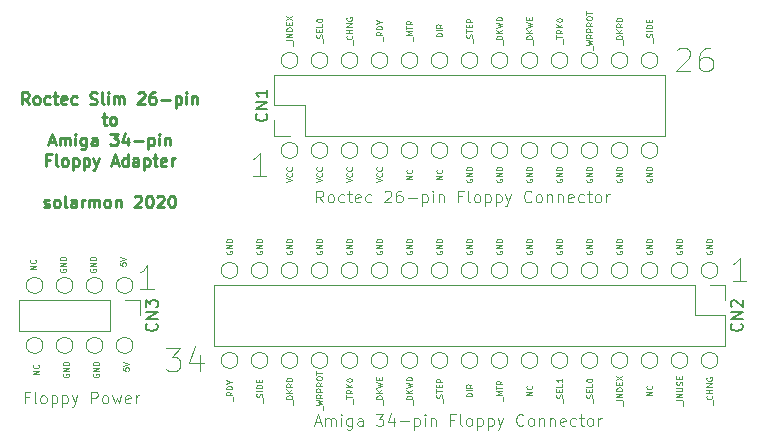
<source format=gbr>
G04 #@! TF.GenerationSoftware,KiCad,Pcbnew,(5.1.2)-2*
G04 #@! TF.CreationDate,2020-11-22T12:17:43+00:00*
G04 #@! TF.ProjectId,26-pin to 34-pin Amiga Floppy Adapter,32362d70-696e-4207-946f-2033342d7069,rev?*
G04 #@! TF.SameCoordinates,Original*
G04 #@! TF.FileFunction,Legend,Top*
G04 #@! TF.FilePolarity,Positive*
%FSLAX46Y46*%
G04 Gerber Fmt 4.6, Leading zero omitted, Abs format (unit mm)*
G04 Created by KiCad (PCBNEW (5.1.2)-2) date 2020-11-22 12:17:43*
%MOMM*%
%LPD*%
G04 APERTURE LIST*
%ADD10C,0.125000*%
%ADD11C,0.250000*%
%ADD12C,0.120000*%
%ADD13C,0.150000*%
G04 APERTURE END LIST*
D10*
X97413000Y-107822952D02*
X97389190Y-107870571D01*
X97389190Y-107942000D01*
X97413000Y-108013428D01*
X97460619Y-108061047D01*
X97508238Y-108084857D01*
X97603476Y-108108666D01*
X97674904Y-108108666D01*
X97770142Y-108084857D01*
X97817761Y-108061047D01*
X97865380Y-108013428D01*
X97889190Y-107942000D01*
X97889190Y-107894380D01*
X97865380Y-107822952D01*
X97841571Y-107799142D01*
X97674904Y-107799142D01*
X97674904Y-107894380D01*
X97889190Y-107584857D02*
X97389190Y-107584857D01*
X97889190Y-107299142D01*
X97389190Y-107299142D01*
X97889190Y-107061047D02*
X97389190Y-107061047D01*
X97389190Y-106942000D01*
X97413000Y-106870571D01*
X97460619Y-106822952D01*
X97508238Y-106799142D01*
X97603476Y-106775333D01*
X97674904Y-106775333D01*
X97770142Y-106799142D01*
X97817761Y-106822952D01*
X97865380Y-106870571D01*
X97889190Y-106942000D01*
X97889190Y-107061047D01*
X95349190Y-107834857D02*
X94849190Y-107834857D01*
X95349190Y-107549142D01*
X94849190Y-107549142D01*
X95301571Y-107025333D02*
X95325380Y-107049142D01*
X95349190Y-107120571D01*
X95349190Y-107168190D01*
X95325380Y-107239619D01*
X95277761Y-107287238D01*
X95230142Y-107311047D01*
X95134904Y-107334857D01*
X95063476Y-107334857D01*
X94968238Y-107311047D01*
X94920619Y-107287238D01*
X94873000Y-107239619D01*
X94849190Y-107168190D01*
X94849190Y-107120571D01*
X94873000Y-107049142D01*
X94896809Y-107025333D01*
X102469190Y-107283238D02*
X102469190Y-107521333D01*
X102707285Y-107545142D01*
X102683476Y-107521333D01*
X102659666Y-107473714D01*
X102659666Y-107354666D01*
X102683476Y-107307047D01*
X102707285Y-107283238D01*
X102754904Y-107259428D01*
X102873952Y-107259428D01*
X102921571Y-107283238D01*
X102945380Y-107307047D01*
X102969190Y-107354666D01*
X102969190Y-107473714D01*
X102945380Y-107521333D01*
X102921571Y-107545142D01*
X102469190Y-107116571D02*
X102969190Y-106949904D01*
X102469190Y-106783238D01*
X99953000Y-107822952D02*
X99929190Y-107870571D01*
X99929190Y-107942000D01*
X99953000Y-108013428D01*
X100000619Y-108061047D01*
X100048238Y-108084857D01*
X100143476Y-108108666D01*
X100214904Y-108108666D01*
X100310142Y-108084857D01*
X100357761Y-108061047D01*
X100405380Y-108013428D01*
X100429190Y-107942000D01*
X100429190Y-107894380D01*
X100405380Y-107822952D01*
X100381571Y-107799142D01*
X100214904Y-107799142D01*
X100214904Y-107894380D01*
X100429190Y-107584857D02*
X99929190Y-107584857D01*
X100429190Y-107299142D01*
X99929190Y-107299142D01*
X100429190Y-107061047D02*
X99929190Y-107061047D01*
X99929190Y-106942000D01*
X99953000Y-106870571D01*
X100000619Y-106822952D01*
X100048238Y-106799142D01*
X100143476Y-106775333D01*
X100214904Y-106775333D01*
X100310142Y-106799142D01*
X100357761Y-106822952D01*
X100405380Y-106870571D01*
X100429190Y-106942000D01*
X100429190Y-107061047D01*
D11*
X94766666Y-93867380D02*
X94433333Y-93391190D01*
X94195238Y-93867380D02*
X94195238Y-92867380D01*
X94576190Y-92867380D01*
X94671428Y-92915000D01*
X94719047Y-92962619D01*
X94766666Y-93057857D01*
X94766666Y-93200714D01*
X94719047Y-93295952D01*
X94671428Y-93343571D01*
X94576190Y-93391190D01*
X94195238Y-93391190D01*
X95338095Y-93867380D02*
X95242857Y-93819761D01*
X95195238Y-93772142D01*
X95147619Y-93676904D01*
X95147619Y-93391190D01*
X95195238Y-93295952D01*
X95242857Y-93248333D01*
X95338095Y-93200714D01*
X95480952Y-93200714D01*
X95576190Y-93248333D01*
X95623809Y-93295952D01*
X95671428Y-93391190D01*
X95671428Y-93676904D01*
X95623809Y-93772142D01*
X95576190Y-93819761D01*
X95480952Y-93867380D01*
X95338095Y-93867380D01*
X96528571Y-93819761D02*
X96433333Y-93867380D01*
X96242857Y-93867380D01*
X96147619Y-93819761D01*
X96100000Y-93772142D01*
X96052380Y-93676904D01*
X96052380Y-93391190D01*
X96100000Y-93295952D01*
X96147619Y-93248333D01*
X96242857Y-93200714D01*
X96433333Y-93200714D01*
X96528571Y-93248333D01*
X96814285Y-93200714D02*
X97195238Y-93200714D01*
X96957142Y-92867380D02*
X96957142Y-93724523D01*
X97004761Y-93819761D01*
X97100000Y-93867380D01*
X97195238Y-93867380D01*
X97909523Y-93819761D02*
X97814285Y-93867380D01*
X97623809Y-93867380D01*
X97528571Y-93819761D01*
X97480952Y-93724523D01*
X97480952Y-93343571D01*
X97528571Y-93248333D01*
X97623809Y-93200714D01*
X97814285Y-93200714D01*
X97909523Y-93248333D01*
X97957142Y-93343571D01*
X97957142Y-93438809D01*
X97480952Y-93534047D01*
X98814285Y-93819761D02*
X98719047Y-93867380D01*
X98528571Y-93867380D01*
X98433333Y-93819761D01*
X98385714Y-93772142D01*
X98338095Y-93676904D01*
X98338095Y-93391190D01*
X98385714Y-93295952D01*
X98433333Y-93248333D01*
X98528571Y-93200714D01*
X98719047Y-93200714D01*
X98814285Y-93248333D01*
X99957142Y-93819761D02*
X100100000Y-93867380D01*
X100338095Y-93867380D01*
X100433333Y-93819761D01*
X100480952Y-93772142D01*
X100528571Y-93676904D01*
X100528571Y-93581666D01*
X100480952Y-93486428D01*
X100433333Y-93438809D01*
X100338095Y-93391190D01*
X100147619Y-93343571D01*
X100052380Y-93295952D01*
X100004761Y-93248333D01*
X99957142Y-93153095D01*
X99957142Y-93057857D01*
X100004761Y-92962619D01*
X100052380Y-92915000D01*
X100147619Y-92867380D01*
X100385714Y-92867380D01*
X100528571Y-92915000D01*
X101100000Y-93867380D02*
X101004761Y-93819761D01*
X100957142Y-93724523D01*
X100957142Y-92867380D01*
X101480952Y-93867380D02*
X101480952Y-93200714D01*
X101480952Y-92867380D02*
X101433333Y-92915000D01*
X101480952Y-92962619D01*
X101528571Y-92915000D01*
X101480952Y-92867380D01*
X101480952Y-92962619D01*
X101957142Y-93867380D02*
X101957142Y-93200714D01*
X101957142Y-93295952D02*
X102004761Y-93248333D01*
X102099999Y-93200714D01*
X102242857Y-93200714D01*
X102338095Y-93248333D01*
X102385714Y-93343571D01*
X102385714Y-93867380D01*
X102385714Y-93343571D02*
X102433333Y-93248333D01*
X102528571Y-93200714D01*
X102671428Y-93200714D01*
X102766666Y-93248333D01*
X102814285Y-93343571D01*
X102814285Y-93867380D01*
X104004761Y-92962619D02*
X104052380Y-92915000D01*
X104147619Y-92867380D01*
X104385714Y-92867380D01*
X104480952Y-92915000D01*
X104528571Y-92962619D01*
X104576190Y-93057857D01*
X104576190Y-93153095D01*
X104528571Y-93295952D01*
X103957142Y-93867380D01*
X104576190Y-93867380D01*
X105433333Y-92867380D02*
X105242857Y-92867380D01*
X105147619Y-92915000D01*
X105099999Y-92962619D01*
X105004761Y-93105476D01*
X104957142Y-93295952D01*
X104957142Y-93676904D01*
X105004761Y-93772142D01*
X105052380Y-93819761D01*
X105147619Y-93867380D01*
X105338095Y-93867380D01*
X105433333Y-93819761D01*
X105480952Y-93772142D01*
X105528571Y-93676904D01*
X105528571Y-93438809D01*
X105480952Y-93343571D01*
X105433333Y-93295952D01*
X105338095Y-93248333D01*
X105147619Y-93248333D01*
X105052380Y-93295952D01*
X105004761Y-93343571D01*
X104957142Y-93438809D01*
X105957142Y-93486428D02*
X106719047Y-93486428D01*
X107195238Y-93200714D02*
X107195238Y-94200714D01*
X107195238Y-93248333D02*
X107290476Y-93200714D01*
X107480952Y-93200714D01*
X107576190Y-93248333D01*
X107623809Y-93295952D01*
X107671428Y-93391190D01*
X107671428Y-93676904D01*
X107623809Y-93772142D01*
X107576190Y-93819761D01*
X107480952Y-93867380D01*
X107290476Y-93867380D01*
X107195238Y-93819761D01*
X108099999Y-93867380D02*
X108099999Y-93200714D01*
X108099999Y-92867380D02*
X108052380Y-92915000D01*
X108099999Y-92962619D01*
X108147619Y-92915000D01*
X108099999Y-92867380D01*
X108099999Y-92962619D01*
X108576190Y-93200714D02*
X108576190Y-93867380D01*
X108576190Y-93295952D02*
X108623809Y-93248333D01*
X108719047Y-93200714D01*
X108861904Y-93200714D01*
X108957142Y-93248333D01*
X109004761Y-93343571D01*
X109004761Y-93867380D01*
X100957142Y-94950714D02*
X101338095Y-94950714D01*
X101100000Y-94617380D02*
X101100000Y-95474523D01*
X101147619Y-95569761D01*
X101242857Y-95617380D01*
X101338095Y-95617380D01*
X101814285Y-95617380D02*
X101719047Y-95569761D01*
X101671428Y-95522142D01*
X101623809Y-95426904D01*
X101623809Y-95141190D01*
X101671428Y-95045952D01*
X101719047Y-94998333D01*
X101814285Y-94950714D01*
X101957142Y-94950714D01*
X102052380Y-94998333D01*
X102100000Y-95045952D01*
X102147619Y-95141190D01*
X102147619Y-95426904D01*
X102100000Y-95522142D01*
X102052380Y-95569761D01*
X101957142Y-95617380D01*
X101814285Y-95617380D01*
X96457142Y-97081666D02*
X96933333Y-97081666D01*
X96361904Y-97367380D02*
X96695238Y-96367380D01*
X97028571Y-97367380D01*
X97361904Y-97367380D02*
X97361904Y-96700714D01*
X97361904Y-96795952D02*
X97409523Y-96748333D01*
X97504761Y-96700714D01*
X97647619Y-96700714D01*
X97742857Y-96748333D01*
X97790476Y-96843571D01*
X97790476Y-97367380D01*
X97790476Y-96843571D02*
X97838095Y-96748333D01*
X97933333Y-96700714D01*
X98076190Y-96700714D01*
X98171428Y-96748333D01*
X98219047Y-96843571D01*
X98219047Y-97367380D01*
X98695238Y-97367380D02*
X98695238Y-96700714D01*
X98695238Y-96367380D02*
X98647619Y-96415000D01*
X98695238Y-96462619D01*
X98742857Y-96415000D01*
X98695238Y-96367380D01*
X98695238Y-96462619D01*
X99600000Y-96700714D02*
X99600000Y-97510238D01*
X99552380Y-97605476D01*
X99504761Y-97653095D01*
X99409523Y-97700714D01*
X99266666Y-97700714D01*
X99171428Y-97653095D01*
X99600000Y-97319761D02*
X99504761Y-97367380D01*
X99314285Y-97367380D01*
X99219047Y-97319761D01*
X99171428Y-97272142D01*
X99123809Y-97176904D01*
X99123809Y-96891190D01*
X99171428Y-96795952D01*
X99219047Y-96748333D01*
X99314285Y-96700714D01*
X99504761Y-96700714D01*
X99600000Y-96748333D01*
X100504761Y-97367380D02*
X100504761Y-96843571D01*
X100457142Y-96748333D01*
X100361904Y-96700714D01*
X100171428Y-96700714D01*
X100076190Y-96748333D01*
X100504761Y-97319761D02*
X100409523Y-97367380D01*
X100171428Y-97367380D01*
X100076190Y-97319761D01*
X100028571Y-97224523D01*
X100028571Y-97129285D01*
X100076190Y-97034047D01*
X100171428Y-96986428D01*
X100409523Y-96986428D01*
X100504761Y-96938809D01*
X101647619Y-96367380D02*
X102266666Y-96367380D01*
X101933333Y-96748333D01*
X102076190Y-96748333D01*
X102171428Y-96795952D01*
X102219047Y-96843571D01*
X102266666Y-96938809D01*
X102266666Y-97176904D01*
X102219047Y-97272142D01*
X102171428Y-97319761D01*
X102076190Y-97367380D01*
X101790476Y-97367380D01*
X101695238Y-97319761D01*
X101647619Y-97272142D01*
X103123809Y-96700714D02*
X103123809Y-97367380D01*
X102885714Y-96319761D02*
X102647619Y-97034047D01*
X103266666Y-97034047D01*
X103647619Y-96986428D02*
X104409523Y-96986428D01*
X104885714Y-96700714D02*
X104885714Y-97700714D01*
X104885714Y-96748333D02*
X104980952Y-96700714D01*
X105171428Y-96700714D01*
X105266666Y-96748333D01*
X105314285Y-96795952D01*
X105361904Y-96891190D01*
X105361904Y-97176904D01*
X105314285Y-97272142D01*
X105266666Y-97319761D01*
X105171428Y-97367380D01*
X104980952Y-97367380D01*
X104885714Y-97319761D01*
X105790476Y-97367380D02*
X105790476Y-96700714D01*
X105790476Y-96367380D02*
X105742857Y-96415000D01*
X105790476Y-96462619D01*
X105838095Y-96415000D01*
X105790476Y-96367380D01*
X105790476Y-96462619D01*
X106266666Y-96700714D02*
X106266666Y-97367380D01*
X106266666Y-96795952D02*
X106314285Y-96748333D01*
X106409523Y-96700714D01*
X106552380Y-96700714D01*
X106647619Y-96748333D01*
X106695238Y-96843571D01*
X106695238Y-97367380D01*
X96552380Y-98593571D02*
X96219047Y-98593571D01*
X96219047Y-99117380D02*
X96219047Y-98117380D01*
X96695238Y-98117380D01*
X97219047Y-99117380D02*
X97123809Y-99069761D01*
X97076190Y-98974523D01*
X97076190Y-98117380D01*
X97742857Y-99117380D02*
X97647619Y-99069761D01*
X97600000Y-99022142D01*
X97552380Y-98926904D01*
X97552380Y-98641190D01*
X97600000Y-98545952D01*
X97647619Y-98498333D01*
X97742857Y-98450714D01*
X97885714Y-98450714D01*
X97980952Y-98498333D01*
X98028571Y-98545952D01*
X98076190Y-98641190D01*
X98076190Y-98926904D01*
X98028571Y-99022142D01*
X97980952Y-99069761D01*
X97885714Y-99117380D01*
X97742857Y-99117380D01*
X98504761Y-98450714D02*
X98504761Y-99450714D01*
X98504761Y-98498333D02*
X98600000Y-98450714D01*
X98790476Y-98450714D01*
X98885714Y-98498333D01*
X98933333Y-98545952D01*
X98980952Y-98641190D01*
X98980952Y-98926904D01*
X98933333Y-99022142D01*
X98885714Y-99069761D01*
X98790476Y-99117380D01*
X98600000Y-99117380D01*
X98504761Y-99069761D01*
X99409523Y-98450714D02*
X99409523Y-99450714D01*
X99409523Y-98498333D02*
X99504761Y-98450714D01*
X99695238Y-98450714D01*
X99790476Y-98498333D01*
X99838095Y-98545952D01*
X99885714Y-98641190D01*
X99885714Y-98926904D01*
X99838095Y-99022142D01*
X99790476Y-99069761D01*
X99695238Y-99117380D01*
X99504761Y-99117380D01*
X99409523Y-99069761D01*
X100219047Y-98450714D02*
X100457142Y-99117380D01*
X100695238Y-98450714D02*
X100457142Y-99117380D01*
X100361904Y-99355476D01*
X100314285Y-99403095D01*
X100219047Y-99450714D01*
X101790476Y-98831666D02*
X102266666Y-98831666D01*
X101695238Y-99117380D02*
X102028571Y-98117380D01*
X102361904Y-99117380D01*
X103123809Y-99117380D02*
X103123809Y-98117380D01*
X103123809Y-99069761D02*
X103028571Y-99117380D01*
X102838095Y-99117380D01*
X102742857Y-99069761D01*
X102695238Y-99022142D01*
X102647619Y-98926904D01*
X102647619Y-98641190D01*
X102695238Y-98545952D01*
X102742857Y-98498333D01*
X102838095Y-98450714D01*
X103028571Y-98450714D01*
X103123809Y-98498333D01*
X104028571Y-99117380D02*
X104028571Y-98593571D01*
X103980952Y-98498333D01*
X103885714Y-98450714D01*
X103695238Y-98450714D01*
X103600000Y-98498333D01*
X104028571Y-99069761D02*
X103933333Y-99117380D01*
X103695238Y-99117380D01*
X103600000Y-99069761D01*
X103552380Y-98974523D01*
X103552380Y-98879285D01*
X103600000Y-98784047D01*
X103695238Y-98736428D01*
X103933333Y-98736428D01*
X104028571Y-98688809D01*
X104504761Y-98450714D02*
X104504761Y-99450714D01*
X104504761Y-98498333D02*
X104600000Y-98450714D01*
X104790476Y-98450714D01*
X104885714Y-98498333D01*
X104933333Y-98545952D01*
X104980952Y-98641190D01*
X104980952Y-98926904D01*
X104933333Y-99022142D01*
X104885714Y-99069761D01*
X104790476Y-99117380D01*
X104600000Y-99117380D01*
X104504761Y-99069761D01*
X105266666Y-98450714D02*
X105647619Y-98450714D01*
X105409523Y-98117380D02*
X105409523Y-98974523D01*
X105457142Y-99069761D01*
X105552380Y-99117380D01*
X105647619Y-99117380D01*
X106361904Y-99069761D02*
X106266666Y-99117380D01*
X106076190Y-99117380D01*
X105980952Y-99069761D01*
X105933333Y-98974523D01*
X105933333Y-98593571D01*
X105980952Y-98498333D01*
X106076190Y-98450714D01*
X106266666Y-98450714D01*
X106361904Y-98498333D01*
X106409523Y-98593571D01*
X106409523Y-98688809D01*
X105933333Y-98784047D01*
X106838095Y-99117380D02*
X106838095Y-98450714D01*
X106838095Y-98641190D02*
X106885714Y-98545952D01*
X106933333Y-98498333D01*
X107028571Y-98450714D01*
X107123809Y-98450714D01*
X96052380Y-102569761D02*
X96147619Y-102617380D01*
X96338095Y-102617380D01*
X96433333Y-102569761D01*
X96480952Y-102474523D01*
X96480952Y-102426904D01*
X96433333Y-102331666D01*
X96338095Y-102284047D01*
X96195238Y-102284047D01*
X96100000Y-102236428D01*
X96052380Y-102141190D01*
X96052380Y-102093571D01*
X96100000Y-101998333D01*
X96195238Y-101950714D01*
X96338095Y-101950714D01*
X96433333Y-101998333D01*
X97052380Y-102617380D02*
X96957142Y-102569761D01*
X96909523Y-102522142D01*
X96861904Y-102426904D01*
X96861904Y-102141190D01*
X96909523Y-102045952D01*
X96957142Y-101998333D01*
X97052380Y-101950714D01*
X97195238Y-101950714D01*
X97290476Y-101998333D01*
X97338095Y-102045952D01*
X97385714Y-102141190D01*
X97385714Y-102426904D01*
X97338095Y-102522142D01*
X97290476Y-102569761D01*
X97195238Y-102617380D01*
X97052380Y-102617380D01*
X97957142Y-102617380D02*
X97861904Y-102569761D01*
X97814285Y-102474523D01*
X97814285Y-101617380D01*
X98766666Y-102617380D02*
X98766666Y-102093571D01*
X98719047Y-101998333D01*
X98623809Y-101950714D01*
X98433333Y-101950714D01*
X98338095Y-101998333D01*
X98766666Y-102569761D02*
X98671428Y-102617380D01*
X98433333Y-102617380D01*
X98338095Y-102569761D01*
X98290476Y-102474523D01*
X98290476Y-102379285D01*
X98338095Y-102284047D01*
X98433333Y-102236428D01*
X98671428Y-102236428D01*
X98766666Y-102188809D01*
X99242857Y-102617380D02*
X99242857Y-101950714D01*
X99242857Y-102141190D02*
X99290476Y-102045952D01*
X99338095Y-101998333D01*
X99433333Y-101950714D01*
X99528571Y-101950714D01*
X99861904Y-102617380D02*
X99861904Y-101950714D01*
X99861904Y-102045952D02*
X99909523Y-101998333D01*
X100004761Y-101950714D01*
X100147619Y-101950714D01*
X100242857Y-101998333D01*
X100290476Y-102093571D01*
X100290476Y-102617380D01*
X100290476Y-102093571D02*
X100338095Y-101998333D01*
X100433333Y-101950714D01*
X100576190Y-101950714D01*
X100671428Y-101998333D01*
X100719047Y-102093571D01*
X100719047Y-102617380D01*
X101338095Y-102617380D02*
X101242857Y-102569761D01*
X101195238Y-102522142D01*
X101147619Y-102426904D01*
X101147619Y-102141190D01*
X101195238Y-102045952D01*
X101242857Y-101998333D01*
X101338095Y-101950714D01*
X101480952Y-101950714D01*
X101576190Y-101998333D01*
X101623809Y-102045952D01*
X101671428Y-102141190D01*
X101671428Y-102426904D01*
X101623809Y-102522142D01*
X101576190Y-102569761D01*
X101480952Y-102617380D01*
X101338095Y-102617380D01*
X102100000Y-101950714D02*
X102100000Y-102617380D01*
X102100000Y-102045952D02*
X102147619Y-101998333D01*
X102242857Y-101950714D01*
X102385714Y-101950714D01*
X102480952Y-101998333D01*
X102528571Y-102093571D01*
X102528571Y-102617380D01*
X103719047Y-101712619D02*
X103766666Y-101665000D01*
X103861904Y-101617380D01*
X104100000Y-101617380D01*
X104195238Y-101665000D01*
X104242857Y-101712619D01*
X104290476Y-101807857D01*
X104290476Y-101903095D01*
X104242857Y-102045952D01*
X103671428Y-102617380D01*
X104290476Y-102617380D01*
X104909523Y-101617380D02*
X105004761Y-101617380D01*
X105100000Y-101665000D01*
X105147619Y-101712619D01*
X105195238Y-101807857D01*
X105242857Y-101998333D01*
X105242857Y-102236428D01*
X105195238Y-102426904D01*
X105147619Y-102522142D01*
X105100000Y-102569761D01*
X105004761Y-102617380D01*
X104909523Y-102617380D01*
X104814285Y-102569761D01*
X104766666Y-102522142D01*
X104719047Y-102426904D01*
X104671428Y-102236428D01*
X104671428Y-101998333D01*
X104719047Y-101807857D01*
X104766666Y-101712619D01*
X104814285Y-101665000D01*
X104909523Y-101617380D01*
X105623809Y-101712619D02*
X105671428Y-101665000D01*
X105766666Y-101617380D01*
X106004761Y-101617380D01*
X106100000Y-101665000D01*
X106147619Y-101712619D01*
X106195238Y-101807857D01*
X106195238Y-101903095D01*
X106147619Y-102045952D01*
X105576190Y-102617380D01*
X106195238Y-102617380D01*
X106814285Y-101617380D02*
X106909523Y-101617380D01*
X107004761Y-101665000D01*
X107052380Y-101712619D01*
X107100000Y-101807857D01*
X107147619Y-101998333D01*
X107147619Y-102236428D01*
X107100000Y-102426904D01*
X107052380Y-102522142D01*
X107004761Y-102569761D01*
X106909523Y-102617380D01*
X106814285Y-102617380D01*
X106719047Y-102569761D01*
X106671428Y-102522142D01*
X106623809Y-102426904D01*
X106576190Y-102236428D01*
X106576190Y-101998333D01*
X106623809Y-101807857D01*
X106671428Y-101712619D01*
X106719047Y-101665000D01*
X106814285Y-101617380D01*
D10*
X127273809Y-88546666D02*
X127273809Y-88165714D01*
X127226190Y-88046666D02*
X126726190Y-88046666D01*
X127083333Y-87880000D01*
X126726190Y-87713333D01*
X127226190Y-87713333D01*
X126726190Y-87546666D02*
X126726190Y-87260952D01*
X127226190Y-87403809D02*
X126726190Y-87403809D01*
X127226190Y-86808571D02*
X126988095Y-86975238D01*
X127226190Y-87094285D02*
X126726190Y-87094285D01*
X126726190Y-86903809D01*
X126750000Y-86856190D01*
X126773809Y-86832380D01*
X126821428Y-86808571D01*
X126892857Y-86808571D01*
X126940476Y-86832380D01*
X126964285Y-86856190D01*
X126988095Y-86903809D01*
X126988095Y-87094285D01*
X124733809Y-88534761D02*
X124733809Y-88153809D01*
X124686190Y-87749047D02*
X124448095Y-87915714D01*
X124686190Y-88034761D02*
X124186190Y-88034761D01*
X124186190Y-87844285D01*
X124210000Y-87796666D01*
X124233809Y-87772857D01*
X124281428Y-87749047D01*
X124352857Y-87749047D01*
X124400476Y-87772857D01*
X124424285Y-87796666D01*
X124448095Y-87844285D01*
X124448095Y-88034761D01*
X124686190Y-87534761D02*
X124186190Y-87534761D01*
X124186190Y-87415714D01*
X124210000Y-87344285D01*
X124257619Y-87296666D01*
X124305238Y-87272857D01*
X124400476Y-87249047D01*
X124471904Y-87249047D01*
X124567142Y-87272857D01*
X124614761Y-87296666D01*
X124662380Y-87344285D01*
X124686190Y-87415714D01*
X124686190Y-87534761D01*
X124448095Y-86939523D02*
X124686190Y-86939523D01*
X124186190Y-87106190D02*
X124448095Y-86939523D01*
X124186190Y-86772857D01*
X122193809Y-88844285D02*
X122193809Y-88463333D01*
X122098571Y-88058571D02*
X122122380Y-88082380D01*
X122146190Y-88153809D01*
X122146190Y-88201428D01*
X122122380Y-88272857D01*
X122074761Y-88320476D01*
X122027142Y-88344285D01*
X121931904Y-88368095D01*
X121860476Y-88368095D01*
X121765238Y-88344285D01*
X121717619Y-88320476D01*
X121670000Y-88272857D01*
X121646190Y-88201428D01*
X121646190Y-88153809D01*
X121670000Y-88082380D01*
X121693809Y-88058571D01*
X122146190Y-87844285D02*
X121646190Y-87844285D01*
X121884285Y-87844285D02*
X121884285Y-87558571D01*
X122146190Y-87558571D02*
X121646190Y-87558571D01*
X122146190Y-87320476D02*
X121646190Y-87320476D01*
X122146190Y-87034761D01*
X121646190Y-87034761D01*
X121670000Y-86534761D02*
X121646190Y-86582380D01*
X121646190Y-86653809D01*
X121670000Y-86725238D01*
X121717619Y-86772857D01*
X121765238Y-86796666D01*
X121860476Y-86820476D01*
X121931904Y-86820476D01*
X122027142Y-86796666D01*
X122074761Y-86772857D01*
X122122380Y-86725238D01*
X122146190Y-86653809D01*
X122146190Y-86606190D01*
X122122380Y-86534761D01*
X122098571Y-86510952D01*
X121931904Y-86510952D01*
X121931904Y-86606190D01*
X119653809Y-88725238D02*
X119653809Y-88344285D01*
X119582380Y-88249047D02*
X119606190Y-88177619D01*
X119606190Y-88058571D01*
X119582380Y-88010952D01*
X119558571Y-87987142D01*
X119510952Y-87963333D01*
X119463333Y-87963333D01*
X119415714Y-87987142D01*
X119391904Y-88010952D01*
X119368095Y-88058571D01*
X119344285Y-88153809D01*
X119320476Y-88201428D01*
X119296666Y-88225238D01*
X119249047Y-88249047D01*
X119201428Y-88249047D01*
X119153809Y-88225238D01*
X119130000Y-88201428D01*
X119106190Y-88153809D01*
X119106190Y-88034761D01*
X119130000Y-87963333D01*
X119344285Y-87749047D02*
X119344285Y-87582380D01*
X119606190Y-87510952D02*
X119606190Y-87749047D01*
X119106190Y-87749047D01*
X119106190Y-87510952D01*
X119606190Y-87058571D02*
X119606190Y-87296666D01*
X119106190Y-87296666D01*
X119106190Y-86796666D02*
X119106190Y-86749047D01*
X119130000Y-86701428D01*
X119153809Y-86677619D01*
X119201428Y-86653809D01*
X119296666Y-86630000D01*
X119415714Y-86630000D01*
X119510952Y-86653809D01*
X119558571Y-86677619D01*
X119582380Y-86701428D01*
X119606190Y-86749047D01*
X119606190Y-86796666D01*
X119582380Y-86844285D01*
X119558571Y-86868095D01*
X119510952Y-86891904D01*
X119415714Y-86915714D01*
X119296666Y-86915714D01*
X119201428Y-86891904D01*
X119153809Y-86868095D01*
X119130000Y-86844285D01*
X119106190Y-86796666D01*
X117113809Y-88915714D02*
X117113809Y-88534761D01*
X117066190Y-88415714D02*
X116566190Y-88415714D01*
X117066190Y-88177619D02*
X116566190Y-88177619D01*
X117066190Y-87891904D01*
X116566190Y-87891904D01*
X117066190Y-87653809D02*
X116566190Y-87653809D01*
X116566190Y-87534761D01*
X116590000Y-87463333D01*
X116637619Y-87415714D01*
X116685238Y-87391904D01*
X116780476Y-87368095D01*
X116851904Y-87368095D01*
X116947142Y-87391904D01*
X116994761Y-87415714D01*
X117042380Y-87463333D01*
X117066190Y-87534761D01*
X117066190Y-87653809D01*
X116804285Y-87153809D02*
X116804285Y-86987142D01*
X117066190Y-86915714D02*
X117066190Y-87153809D01*
X116566190Y-87153809D01*
X116566190Y-86915714D01*
X116566190Y-86749047D02*
X117066190Y-86415714D01*
X116566190Y-86415714D02*
X117066190Y-86749047D01*
X119683095Y-102179380D02*
X119349761Y-101703190D01*
X119111666Y-102179380D02*
X119111666Y-101179380D01*
X119492619Y-101179380D01*
X119587857Y-101227000D01*
X119635476Y-101274619D01*
X119683095Y-101369857D01*
X119683095Y-101512714D01*
X119635476Y-101607952D01*
X119587857Y-101655571D01*
X119492619Y-101703190D01*
X119111666Y-101703190D01*
X120254523Y-102179380D02*
X120159285Y-102131761D01*
X120111666Y-102084142D01*
X120064047Y-101988904D01*
X120064047Y-101703190D01*
X120111666Y-101607952D01*
X120159285Y-101560333D01*
X120254523Y-101512714D01*
X120397380Y-101512714D01*
X120492619Y-101560333D01*
X120540238Y-101607952D01*
X120587857Y-101703190D01*
X120587857Y-101988904D01*
X120540238Y-102084142D01*
X120492619Y-102131761D01*
X120397380Y-102179380D01*
X120254523Y-102179380D01*
X121445000Y-102131761D02*
X121349761Y-102179380D01*
X121159285Y-102179380D01*
X121064047Y-102131761D01*
X121016428Y-102084142D01*
X120968809Y-101988904D01*
X120968809Y-101703190D01*
X121016428Y-101607952D01*
X121064047Y-101560333D01*
X121159285Y-101512714D01*
X121349761Y-101512714D01*
X121445000Y-101560333D01*
X121730714Y-101512714D02*
X122111666Y-101512714D01*
X121873571Y-101179380D02*
X121873571Y-102036523D01*
X121921190Y-102131761D01*
X122016428Y-102179380D01*
X122111666Y-102179380D01*
X122825952Y-102131761D02*
X122730714Y-102179380D01*
X122540238Y-102179380D01*
X122445000Y-102131761D01*
X122397380Y-102036523D01*
X122397380Y-101655571D01*
X122445000Y-101560333D01*
X122540238Y-101512714D01*
X122730714Y-101512714D01*
X122825952Y-101560333D01*
X122873571Y-101655571D01*
X122873571Y-101750809D01*
X122397380Y-101846047D01*
X123730714Y-102131761D02*
X123635476Y-102179380D01*
X123445000Y-102179380D01*
X123349761Y-102131761D01*
X123302142Y-102084142D01*
X123254523Y-101988904D01*
X123254523Y-101703190D01*
X123302142Y-101607952D01*
X123349761Y-101560333D01*
X123445000Y-101512714D01*
X123635476Y-101512714D01*
X123730714Y-101560333D01*
X124873571Y-101274619D02*
X124921190Y-101227000D01*
X125016428Y-101179380D01*
X125254523Y-101179380D01*
X125349761Y-101227000D01*
X125397380Y-101274619D01*
X125445000Y-101369857D01*
X125445000Y-101465095D01*
X125397380Y-101607952D01*
X124825952Y-102179380D01*
X125445000Y-102179380D01*
X126302142Y-101179380D02*
X126111666Y-101179380D01*
X126016428Y-101227000D01*
X125968809Y-101274619D01*
X125873571Y-101417476D01*
X125825952Y-101607952D01*
X125825952Y-101988904D01*
X125873571Y-102084142D01*
X125921190Y-102131761D01*
X126016428Y-102179380D01*
X126206904Y-102179380D01*
X126302142Y-102131761D01*
X126349761Y-102084142D01*
X126397380Y-101988904D01*
X126397380Y-101750809D01*
X126349761Y-101655571D01*
X126302142Y-101607952D01*
X126206904Y-101560333D01*
X126016428Y-101560333D01*
X125921190Y-101607952D01*
X125873571Y-101655571D01*
X125825952Y-101750809D01*
X126825952Y-101798428D02*
X127587857Y-101798428D01*
X128064047Y-101512714D02*
X128064047Y-102512714D01*
X128064047Y-101560333D02*
X128159285Y-101512714D01*
X128349761Y-101512714D01*
X128445000Y-101560333D01*
X128492619Y-101607952D01*
X128540238Y-101703190D01*
X128540238Y-101988904D01*
X128492619Y-102084142D01*
X128445000Y-102131761D01*
X128349761Y-102179380D01*
X128159285Y-102179380D01*
X128064047Y-102131761D01*
X128968809Y-102179380D02*
X128968809Y-101512714D01*
X128968809Y-101179380D02*
X128921190Y-101227000D01*
X128968809Y-101274619D01*
X129016428Y-101227000D01*
X128968809Y-101179380D01*
X128968809Y-101274619D01*
X129445000Y-101512714D02*
X129445000Y-102179380D01*
X129445000Y-101607952D02*
X129492619Y-101560333D01*
X129587857Y-101512714D01*
X129730714Y-101512714D01*
X129825952Y-101560333D01*
X129873571Y-101655571D01*
X129873571Y-102179380D01*
X131445000Y-101655571D02*
X131111666Y-101655571D01*
X131111666Y-102179380D02*
X131111666Y-101179380D01*
X131587857Y-101179380D01*
X132111666Y-102179380D02*
X132016428Y-102131761D01*
X131968809Y-102036523D01*
X131968809Y-101179380D01*
X132635476Y-102179380D02*
X132540238Y-102131761D01*
X132492619Y-102084142D01*
X132445000Y-101988904D01*
X132445000Y-101703190D01*
X132492619Y-101607952D01*
X132540238Y-101560333D01*
X132635476Y-101512714D01*
X132778333Y-101512714D01*
X132873571Y-101560333D01*
X132921190Y-101607952D01*
X132968809Y-101703190D01*
X132968809Y-101988904D01*
X132921190Y-102084142D01*
X132873571Y-102131761D01*
X132778333Y-102179380D01*
X132635476Y-102179380D01*
X133397380Y-101512714D02*
X133397380Y-102512714D01*
X133397380Y-101560333D02*
X133492619Y-101512714D01*
X133683095Y-101512714D01*
X133778333Y-101560333D01*
X133825952Y-101607952D01*
X133873571Y-101703190D01*
X133873571Y-101988904D01*
X133825952Y-102084142D01*
X133778333Y-102131761D01*
X133683095Y-102179380D01*
X133492619Y-102179380D01*
X133397380Y-102131761D01*
X134302142Y-101512714D02*
X134302142Y-102512714D01*
X134302142Y-101560333D02*
X134397380Y-101512714D01*
X134587857Y-101512714D01*
X134683095Y-101560333D01*
X134730714Y-101607952D01*
X134778333Y-101703190D01*
X134778333Y-101988904D01*
X134730714Y-102084142D01*
X134683095Y-102131761D01*
X134587857Y-102179380D01*
X134397380Y-102179380D01*
X134302142Y-102131761D01*
X135111666Y-101512714D02*
X135349761Y-102179380D01*
X135587857Y-101512714D02*
X135349761Y-102179380D01*
X135254523Y-102417476D01*
X135206904Y-102465095D01*
X135111666Y-102512714D01*
X137302142Y-102084142D02*
X137254523Y-102131761D01*
X137111666Y-102179380D01*
X137016428Y-102179380D01*
X136873571Y-102131761D01*
X136778333Y-102036523D01*
X136730714Y-101941285D01*
X136683095Y-101750809D01*
X136683095Y-101607952D01*
X136730714Y-101417476D01*
X136778333Y-101322238D01*
X136873571Y-101227000D01*
X137016428Y-101179380D01*
X137111666Y-101179380D01*
X137254523Y-101227000D01*
X137302142Y-101274619D01*
X137873571Y-102179380D02*
X137778333Y-102131761D01*
X137730714Y-102084142D01*
X137683095Y-101988904D01*
X137683095Y-101703190D01*
X137730714Y-101607952D01*
X137778333Y-101560333D01*
X137873571Y-101512714D01*
X138016428Y-101512714D01*
X138111666Y-101560333D01*
X138159285Y-101607952D01*
X138206904Y-101703190D01*
X138206904Y-101988904D01*
X138159285Y-102084142D01*
X138111666Y-102131761D01*
X138016428Y-102179380D01*
X137873571Y-102179380D01*
X138635476Y-101512714D02*
X138635476Y-102179380D01*
X138635476Y-101607952D02*
X138683095Y-101560333D01*
X138778333Y-101512714D01*
X138921190Y-101512714D01*
X139016428Y-101560333D01*
X139064047Y-101655571D01*
X139064047Y-102179380D01*
X139540238Y-101512714D02*
X139540238Y-102179380D01*
X139540238Y-101607952D02*
X139587857Y-101560333D01*
X139683095Y-101512714D01*
X139825952Y-101512714D01*
X139921190Y-101560333D01*
X139968809Y-101655571D01*
X139968809Y-102179380D01*
X140825952Y-102131761D02*
X140730714Y-102179380D01*
X140540238Y-102179380D01*
X140445000Y-102131761D01*
X140397380Y-102036523D01*
X140397380Y-101655571D01*
X140445000Y-101560333D01*
X140540238Y-101512714D01*
X140730714Y-101512714D01*
X140825952Y-101560333D01*
X140873571Y-101655571D01*
X140873571Y-101750809D01*
X140397380Y-101846047D01*
X141730714Y-102131761D02*
X141635476Y-102179380D01*
X141445000Y-102179380D01*
X141349761Y-102131761D01*
X141302142Y-102084142D01*
X141254523Y-101988904D01*
X141254523Y-101703190D01*
X141302142Y-101607952D01*
X141349761Y-101560333D01*
X141445000Y-101512714D01*
X141635476Y-101512714D01*
X141730714Y-101560333D01*
X142016428Y-101512714D02*
X142397380Y-101512714D01*
X142159285Y-101179380D02*
X142159285Y-102036523D01*
X142206904Y-102131761D01*
X142302142Y-102179380D01*
X142397380Y-102179380D01*
X142873571Y-102179380D02*
X142778333Y-102131761D01*
X142730714Y-102084142D01*
X142683095Y-101988904D01*
X142683095Y-101703190D01*
X142730714Y-101607952D01*
X142778333Y-101560333D01*
X142873571Y-101512714D01*
X143016428Y-101512714D01*
X143111666Y-101560333D01*
X143159285Y-101607952D01*
X143206904Y-101703190D01*
X143206904Y-101988904D01*
X143159285Y-102084142D01*
X143111666Y-102131761D01*
X143016428Y-102179380D01*
X142873571Y-102179380D01*
X143635476Y-102179380D02*
X143635476Y-101512714D01*
X143635476Y-101703190D02*
X143683095Y-101607952D01*
X143730714Y-101560333D01*
X143825952Y-101512714D01*
X143921190Y-101512714D01*
X118968761Y-120816666D02*
X119444952Y-120816666D01*
X118873523Y-121102380D02*
X119206857Y-120102380D01*
X119540190Y-121102380D01*
X119873523Y-121102380D02*
X119873523Y-120435714D01*
X119873523Y-120530952D02*
X119921142Y-120483333D01*
X120016380Y-120435714D01*
X120159238Y-120435714D01*
X120254476Y-120483333D01*
X120302095Y-120578571D01*
X120302095Y-121102380D01*
X120302095Y-120578571D02*
X120349714Y-120483333D01*
X120444952Y-120435714D01*
X120587809Y-120435714D01*
X120683047Y-120483333D01*
X120730666Y-120578571D01*
X120730666Y-121102380D01*
X121206857Y-121102380D02*
X121206857Y-120435714D01*
X121206857Y-120102380D02*
X121159238Y-120150000D01*
X121206857Y-120197619D01*
X121254476Y-120150000D01*
X121206857Y-120102380D01*
X121206857Y-120197619D01*
X122111619Y-120435714D02*
X122111619Y-121245238D01*
X122064000Y-121340476D01*
X122016380Y-121388095D01*
X121921142Y-121435714D01*
X121778285Y-121435714D01*
X121683047Y-121388095D01*
X122111619Y-121054761D02*
X122016380Y-121102380D01*
X121825904Y-121102380D01*
X121730666Y-121054761D01*
X121683047Y-121007142D01*
X121635428Y-120911904D01*
X121635428Y-120626190D01*
X121683047Y-120530952D01*
X121730666Y-120483333D01*
X121825904Y-120435714D01*
X122016380Y-120435714D01*
X122111619Y-120483333D01*
X123016380Y-121102380D02*
X123016380Y-120578571D01*
X122968761Y-120483333D01*
X122873523Y-120435714D01*
X122683047Y-120435714D01*
X122587809Y-120483333D01*
X123016380Y-121054761D02*
X122921142Y-121102380D01*
X122683047Y-121102380D01*
X122587809Y-121054761D01*
X122540190Y-120959523D01*
X122540190Y-120864285D01*
X122587809Y-120769047D01*
X122683047Y-120721428D01*
X122921142Y-120721428D01*
X123016380Y-120673809D01*
X124159238Y-120102380D02*
X124778285Y-120102380D01*
X124444952Y-120483333D01*
X124587809Y-120483333D01*
X124683047Y-120530952D01*
X124730666Y-120578571D01*
X124778285Y-120673809D01*
X124778285Y-120911904D01*
X124730666Y-121007142D01*
X124683047Y-121054761D01*
X124587809Y-121102380D01*
X124302095Y-121102380D01*
X124206857Y-121054761D01*
X124159238Y-121007142D01*
X125635428Y-120435714D02*
X125635428Y-121102380D01*
X125397333Y-120054761D02*
X125159238Y-120769047D01*
X125778285Y-120769047D01*
X126159238Y-120721428D02*
X126921142Y-120721428D01*
X127397333Y-120435714D02*
X127397333Y-121435714D01*
X127397333Y-120483333D02*
X127492571Y-120435714D01*
X127683047Y-120435714D01*
X127778285Y-120483333D01*
X127825904Y-120530952D01*
X127873523Y-120626190D01*
X127873523Y-120911904D01*
X127825904Y-121007142D01*
X127778285Y-121054761D01*
X127683047Y-121102380D01*
X127492571Y-121102380D01*
X127397333Y-121054761D01*
X128302095Y-121102380D02*
X128302095Y-120435714D01*
X128302095Y-120102380D02*
X128254476Y-120150000D01*
X128302095Y-120197619D01*
X128349714Y-120150000D01*
X128302095Y-120102380D01*
X128302095Y-120197619D01*
X128778285Y-120435714D02*
X128778285Y-121102380D01*
X128778285Y-120530952D02*
X128825904Y-120483333D01*
X128921142Y-120435714D01*
X129064000Y-120435714D01*
X129159238Y-120483333D01*
X129206857Y-120578571D01*
X129206857Y-121102380D01*
X130778285Y-120578571D02*
X130444952Y-120578571D01*
X130444952Y-121102380D02*
X130444952Y-120102380D01*
X130921142Y-120102380D01*
X131444952Y-121102380D02*
X131349714Y-121054761D01*
X131302095Y-120959523D01*
X131302095Y-120102380D01*
X131968761Y-121102380D02*
X131873523Y-121054761D01*
X131825904Y-121007142D01*
X131778285Y-120911904D01*
X131778285Y-120626190D01*
X131825904Y-120530952D01*
X131873523Y-120483333D01*
X131968761Y-120435714D01*
X132111619Y-120435714D01*
X132206857Y-120483333D01*
X132254476Y-120530952D01*
X132302095Y-120626190D01*
X132302095Y-120911904D01*
X132254476Y-121007142D01*
X132206857Y-121054761D01*
X132111619Y-121102380D01*
X131968761Y-121102380D01*
X132730666Y-120435714D02*
X132730666Y-121435714D01*
X132730666Y-120483333D02*
X132825904Y-120435714D01*
X133016380Y-120435714D01*
X133111619Y-120483333D01*
X133159238Y-120530952D01*
X133206857Y-120626190D01*
X133206857Y-120911904D01*
X133159238Y-121007142D01*
X133111619Y-121054761D01*
X133016380Y-121102380D01*
X132825904Y-121102380D01*
X132730666Y-121054761D01*
X133635428Y-120435714D02*
X133635428Y-121435714D01*
X133635428Y-120483333D02*
X133730666Y-120435714D01*
X133921142Y-120435714D01*
X134016380Y-120483333D01*
X134064000Y-120530952D01*
X134111619Y-120626190D01*
X134111619Y-120911904D01*
X134064000Y-121007142D01*
X134016380Y-121054761D01*
X133921142Y-121102380D01*
X133730666Y-121102380D01*
X133635428Y-121054761D01*
X134444952Y-120435714D02*
X134683047Y-121102380D01*
X134921142Y-120435714D02*
X134683047Y-121102380D01*
X134587809Y-121340476D01*
X134540190Y-121388095D01*
X134444952Y-121435714D01*
X136635428Y-121007142D02*
X136587809Y-121054761D01*
X136444952Y-121102380D01*
X136349714Y-121102380D01*
X136206857Y-121054761D01*
X136111619Y-120959523D01*
X136064000Y-120864285D01*
X136016380Y-120673809D01*
X136016380Y-120530952D01*
X136064000Y-120340476D01*
X136111619Y-120245238D01*
X136206857Y-120150000D01*
X136349714Y-120102380D01*
X136444952Y-120102380D01*
X136587809Y-120150000D01*
X136635428Y-120197619D01*
X137206857Y-121102380D02*
X137111619Y-121054761D01*
X137064000Y-121007142D01*
X137016380Y-120911904D01*
X137016380Y-120626190D01*
X137064000Y-120530952D01*
X137111619Y-120483333D01*
X137206857Y-120435714D01*
X137349714Y-120435714D01*
X137444952Y-120483333D01*
X137492571Y-120530952D01*
X137540190Y-120626190D01*
X137540190Y-120911904D01*
X137492571Y-121007142D01*
X137444952Y-121054761D01*
X137349714Y-121102380D01*
X137206857Y-121102380D01*
X137968761Y-120435714D02*
X137968761Y-121102380D01*
X137968761Y-120530952D02*
X138016380Y-120483333D01*
X138111619Y-120435714D01*
X138254476Y-120435714D01*
X138349714Y-120483333D01*
X138397333Y-120578571D01*
X138397333Y-121102380D01*
X138873523Y-120435714D02*
X138873523Y-121102380D01*
X138873523Y-120530952D02*
X138921142Y-120483333D01*
X139016380Y-120435714D01*
X139159238Y-120435714D01*
X139254476Y-120483333D01*
X139302095Y-120578571D01*
X139302095Y-121102380D01*
X140159238Y-121054761D02*
X140064000Y-121102380D01*
X139873523Y-121102380D01*
X139778285Y-121054761D01*
X139730666Y-120959523D01*
X139730666Y-120578571D01*
X139778285Y-120483333D01*
X139873523Y-120435714D01*
X140064000Y-120435714D01*
X140159238Y-120483333D01*
X140206857Y-120578571D01*
X140206857Y-120673809D01*
X139730666Y-120769047D01*
X141064000Y-121054761D02*
X140968761Y-121102380D01*
X140778285Y-121102380D01*
X140683047Y-121054761D01*
X140635428Y-121007142D01*
X140587809Y-120911904D01*
X140587809Y-120626190D01*
X140635428Y-120530952D01*
X140683047Y-120483333D01*
X140778285Y-120435714D01*
X140968761Y-120435714D01*
X141064000Y-120483333D01*
X141349714Y-120435714D02*
X141730666Y-120435714D01*
X141492571Y-120102380D02*
X141492571Y-120959523D01*
X141540190Y-121054761D01*
X141635428Y-121102380D01*
X141730666Y-121102380D01*
X142206857Y-121102380D02*
X142111619Y-121054761D01*
X142064000Y-121007142D01*
X142016380Y-120911904D01*
X142016380Y-120626190D01*
X142064000Y-120530952D01*
X142111619Y-120483333D01*
X142206857Y-120435714D01*
X142349714Y-120435714D01*
X142444952Y-120483333D01*
X142492571Y-120530952D01*
X142540190Y-120626190D01*
X142540190Y-120911904D01*
X142492571Y-121007142D01*
X142444952Y-121054761D01*
X142349714Y-121102380D01*
X142206857Y-121102380D01*
X142968761Y-121102380D02*
X142968761Y-120435714D01*
X142968761Y-120626190D02*
X143016380Y-120530952D01*
X143064000Y-120483333D01*
X143159238Y-120435714D01*
X143254476Y-120435714D01*
X94734619Y-118673571D02*
X94401285Y-118673571D01*
X94401285Y-119197380D02*
X94401285Y-118197380D01*
X94877476Y-118197380D01*
X95401285Y-119197380D02*
X95306047Y-119149761D01*
X95258428Y-119054523D01*
X95258428Y-118197380D01*
X95925095Y-119197380D02*
X95829857Y-119149761D01*
X95782238Y-119102142D01*
X95734619Y-119006904D01*
X95734619Y-118721190D01*
X95782238Y-118625952D01*
X95829857Y-118578333D01*
X95925095Y-118530714D01*
X96067952Y-118530714D01*
X96163190Y-118578333D01*
X96210809Y-118625952D01*
X96258428Y-118721190D01*
X96258428Y-119006904D01*
X96210809Y-119102142D01*
X96163190Y-119149761D01*
X96067952Y-119197380D01*
X95925095Y-119197380D01*
X96687000Y-118530714D02*
X96687000Y-119530714D01*
X96687000Y-118578333D02*
X96782238Y-118530714D01*
X96972714Y-118530714D01*
X97067952Y-118578333D01*
X97115571Y-118625952D01*
X97163190Y-118721190D01*
X97163190Y-119006904D01*
X97115571Y-119102142D01*
X97067952Y-119149761D01*
X96972714Y-119197380D01*
X96782238Y-119197380D01*
X96687000Y-119149761D01*
X97591761Y-118530714D02*
X97591761Y-119530714D01*
X97591761Y-118578333D02*
X97687000Y-118530714D01*
X97877476Y-118530714D01*
X97972714Y-118578333D01*
X98020333Y-118625952D01*
X98067952Y-118721190D01*
X98067952Y-119006904D01*
X98020333Y-119102142D01*
X97972714Y-119149761D01*
X97877476Y-119197380D01*
X97687000Y-119197380D01*
X97591761Y-119149761D01*
X98401285Y-118530714D02*
X98639380Y-119197380D01*
X98877476Y-118530714D02*
X98639380Y-119197380D01*
X98544142Y-119435476D01*
X98496523Y-119483095D01*
X98401285Y-119530714D01*
X100020333Y-119197380D02*
X100020333Y-118197380D01*
X100401285Y-118197380D01*
X100496523Y-118245000D01*
X100544142Y-118292619D01*
X100591761Y-118387857D01*
X100591761Y-118530714D01*
X100544142Y-118625952D01*
X100496523Y-118673571D01*
X100401285Y-118721190D01*
X100020333Y-118721190D01*
X101163190Y-119197380D02*
X101067952Y-119149761D01*
X101020333Y-119102142D01*
X100972714Y-119006904D01*
X100972714Y-118721190D01*
X101020333Y-118625952D01*
X101067952Y-118578333D01*
X101163190Y-118530714D01*
X101306047Y-118530714D01*
X101401285Y-118578333D01*
X101448904Y-118625952D01*
X101496523Y-118721190D01*
X101496523Y-119006904D01*
X101448904Y-119102142D01*
X101401285Y-119149761D01*
X101306047Y-119197380D01*
X101163190Y-119197380D01*
X101829857Y-118530714D02*
X102020333Y-119197380D01*
X102210809Y-118721190D01*
X102401285Y-119197380D01*
X102591761Y-118530714D01*
X103353666Y-119149761D02*
X103258428Y-119197380D01*
X103067952Y-119197380D01*
X102972714Y-119149761D01*
X102925095Y-119054523D01*
X102925095Y-118673571D01*
X102972714Y-118578333D01*
X103067952Y-118530714D01*
X103258428Y-118530714D01*
X103353666Y-118578333D01*
X103401285Y-118673571D01*
X103401285Y-118768809D01*
X102925095Y-118864047D01*
X103829857Y-119197380D02*
X103829857Y-118530714D01*
X103829857Y-118721190D02*
X103877476Y-118625952D01*
X103925095Y-118578333D01*
X104020333Y-118530714D01*
X104115571Y-118530714D01*
X147546190Y-118502857D02*
X147046190Y-118502857D01*
X147546190Y-118217142D01*
X147046190Y-118217142D01*
X147498571Y-117693333D02*
X147522380Y-117717142D01*
X147546190Y-117788571D01*
X147546190Y-117836190D01*
X147522380Y-117907619D01*
X147474761Y-117955238D01*
X147427142Y-117979047D01*
X147331904Y-118002857D01*
X147260476Y-118002857D01*
X147165238Y-117979047D01*
X147117619Y-117955238D01*
X147070000Y-117907619D01*
X147046190Y-117836190D01*
X147046190Y-117788571D01*
X147070000Y-117717142D01*
X147093809Y-117693333D01*
X137386190Y-118502857D02*
X136886190Y-118502857D01*
X137386190Y-118217142D01*
X136886190Y-118217142D01*
X137338571Y-117693333D02*
X137362380Y-117717142D01*
X137386190Y-117788571D01*
X137386190Y-117836190D01*
X137362380Y-117907619D01*
X137314761Y-117955238D01*
X137267142Y-117979047D01*
X137171904Y-118002857D01*
X137100476Y-118002857D01*
X137005238Y-117979047D01*
X136957619Y-117955238D01*
X136910000Y-117907619D01*
X136886190Y-117836190D01*
X136886190Y-117788571D01*
X136910000Y-117717142D01*
X136933809Y-117693333D01*
X129766190Y-100214857D02*
X129266190Y-100214857D01*
X129766190Y-99929142D01*
X129266190Y-99929142D01*
X129718571Y-99405333D02*
X129742380Y-99429142D01*
X129766190Y-99500571D01*
X129766190Y-99548190D01*
X129742380Y-99619619D01*
X129694761Y-99667238D01*
X129647142Y-99691047D01*
X129551904Y-99714857D01*
X129480476Y-99714857D01*
X129385238Y-99691047D01*
X129337619Y-99667238D01*
X129290000Y-99619619D01*
X129266190Y-99548190D01*
X129266190Y-99500571D01*
X129290000Y-99429142D01*
X129313809Y-99405333D01*
X127226190Y-100214857D02*
X126726190Y-100214857D01*
X127226190Y-99929142D01*
X126726190Y-99929142D01*
X127178571Y-99405333D02*
X127202380Y-99429142D01*
X127226190Y-99500571D01*
X127226190Y-99548190D01*
X127202380Y-99619619D01*
X127154761Y-99667238D01*
X127107142Y-99691047D01*
X127011904Y-99714857D01*
X126940476Y-99714857D01*
X126845238Y-99691047D01*
X126797619Y-99667238D01*
X126750000Y-99619619D01*
X126726190Y-99548190D01*
X126726190Y-99500571D01*
X126750000Y-99429142D01*
X126773809Y-99405333D01*
X124186190Y-100488666D02*
X124686190Y-100322000D01*
X124186190Y-100155333D01*
X124638571Y-99702952D02*
X124662380Y-99726761D01*
X124686190Y-99798190D01*
X124686190Y-99845809D01*
X124662380Y-99917238D01*
X124614761Y-99964857D01*
X124567142Y-99988666D01*
X124471904Y-100012476D01*
X124400476Y-100012476D01*
X124305238Y-99988666D01*
X124257619Y-99964857D01*
X124210000Y-99917238D01*
X124186190Y-99845809D01*
X124186190Y-99798190D01*
X124210000Y-99726761D01*
X124233809Y-99702952D01*
X124638571Y-99202952D02*
X124662380Y-99226761D01*
X124686190Y-99298190D01*
X124686190Y-99345809D01*
X124662380Y-99417238D01*
X124614761Y-99464857D01*
X124567142Y-99488666D01*
X124471904Y-99512476D01*
X124400476Y-99512476D01*
X124305238Y-99488666D01*
X124257619Y-99464857D01*
X124210000Y-99417238D01*
X124186190Y-99345809D01*
X124186190Y-99298190D01*
X124210000Y-99226761D01*
X124233809Y-99202952D01*
X121646190Y-100488666D02*
X122146190Y-100322000D01*
X121646190Y-100155333D01*
X122098571Y-99702952D02*
X122122380Y-99726761D01*
X122146190Y-99798190D01*
X122146190Y-99845809D01*
X122122380Y-99917238D01*
X122074761Y-99964857D01*
X122027142Y-99988666D01*
X121931904Y-100012476D01*
X121860476Y-100012476D01*
X121765238Y-99988666D01*
X121717619Y-99964857D01*
X121670000Y-99917238D01*
X121646190Y-99845809D01*
X121646190Y-99798190D01*
X121670000Y-99726761D01*
X121693809Y-99702952D01*
X122098571Y-99202952D02*
X122122380Y-99226761D01*
X122146190Y-99298190D01*
X122146190Y-99345809D01*
X122122380Y-99417238D01*
X122074761Y-99464857D01*
X122027142Y-99488666D01*
X121931904Y-99512476D01*
X121860476Y-99512476D01*
X121765238Y-99488666D01*
X121717619Y-99464857D01*
X121670000Y-99417238D01*
X121646190Y-99345809D01*
X121646190Y-99298190D01*
X121670000Y-99226761D01*
X121693809Y-99202952D01*
X119106190Y-100488666D02*
X119606190Y-100322000D01*
X119106190Y-100155333D01*
X119558571Y-99702952D02*
X119582380Y-99726761D01*
X119606190Y-99798190D01*
X119606190Y-99845809D01*
X119582380Y-99917238D01*
X119534761Y-99964857D01*
X119487142Y-99988666D01*
X119391904Y-100012476D01*
X119320476Y-100012476D01*
X119225238Y-99988666D01*
X119177619Y-99964857D01*
X119130000Y-99917238D01*
X119106190Y-99845809D01*
X119106190Y-99798190D01*
X119130000Y-99726761D01*
X119153809Y-99702952D01*
X119558571Y-99202952D02*
X119582380Y-99226761D01*
X119606190Y-99298190D01*
X119606190Y-99345809D01*
X119582380Y-99417238D01*
X119534761Y-99464857D01*
X119487142Y-99488666D01*
X119391904Y-99512476D01*
X119320476Y-99512476D01*
X119225238Y-99488666D01*
X119177619Y-99464857D01*
X119130000Y-99417238D01*
X119106190Y-99345809D01*
X119106190Y-99298190D01*
X119130000Y-99226761D01*
X119153809Y-99202952D01*
X116566190Y-100488666D02*
X117066190Y-100322000D01*
X116566190Y-100155333D01*
X117018571Y-99702952D02*
X117042380Y-99726761D01*
X117066190Y-99798190D01*
X117066190Y-99845809D01*
X117042380Y-99917238D01*
X116994761Y-99964857D01*
X116947142Y-99988666D01*
X116851904Y-100012476D01*
X116780476Y-100012476D01*
X116685238Y-99988666D01*
X116637619Y-99964857D01*
X116590000Y-99917238D01*
X116566190Y-99845809D01*
X116566190Y-99798190D01*
X116590000Y-99726761D01*
X116613809Y-99702952D01*
X117018571Y-99202952D02*
X117042380Y-99226761D01*
X117066190Y-99298190D01*
X117066190Y-99345809D01*
X117042380Y-99417238D01*
X116994761Y-99464857D01*
X116947142Y-99488666D01*
X116851904Y-99512476D01*
X116780476Y-99512476D01*
X116685238Y-99488666D01*
X116637619Y-99464857D01*
X116590000Y-99417238D01*
X116566190Y-99345809D01*
X116566190Y-99298190D01*
X116590000Y-99226761D01*
X116613809Y-99202952D01*
X144530000Y-106298952D02*
X144506190Y-106346571D01*
X144506190Y-106418000D01*
X144530000Y-106489428D01*
X144577619Y-106537047D01*
X144625238Y-106560857D01*
X144720476Y-106584666D01*
X144791904Y-106584666D01*
X144887142Y-106560857D01*
X144934761Y-106537047D01*
X144982380Y-106489428D01*
X145006190Y-106418000D01*
X145006190Y-106370380D01*
X144982380Y-106298952D01*
X144958571Y-106275142D01*
X144791904Y-106275142D01*
X144791904Y-106370380D01*
X145006190Y-106060857D02*
X144506190Y-106060857D01*
X145006190Y-105775142D01*
X144506190Y-105775142D01*
X145006190Y-105537047D02*
X144506190Y-105537047D01*
X144506190Y-105418000D01*
X144530000Y-105346571D01*
X144577619Y-105298952D01*
X144625238Y-105275142D01*
X144720476Y-105251333D01*
X144791904Y-105251333D01*
X144887142Y-105275142D01*
X144934761Y-105298952D01*
X144982380Y-105346571D01*
X145006190Y-105418000D01*
X145006190Y-105537047D01*
X147070000Y-106298952D02*
X147046190Y-106346571D01*
X147046190Y-106418000D01*
X147070000Y-106489428D01*
X147117619Y-106537047D01*
X147165238Y-106560857D01*
X147260476Y-106584666D01*
X147331904Y-106584666D01*
X147427142Y-106560857D01*
X147474761Y-106537047D01*
X147522380Y-106489428D01*
X147546190Y-106418000D01*
X147546190Y-106370380D01*
X147522380Y-106298952D01*
X147498571Y-106275142D01*
X147331904Y-106275142D01*
X147331904Y-106370380D01*
X147546190Y-106060857D02*
X147046190Y-106060857D01*
X147546190Y-105775142D01*
X147046190Y-105775142D01*
X147546190Y-105537047D02*
X147046190Y-105537047D01*
X147046190Y-105418000D01*
X147070000Y-105346571D01*
X147117619Y-105298952D01*
X147165238Y-105275142D01*
X147260476Y-105251333D01*
X147331904Y-105251333D01*
X147427142Y-105275142D01*
X147474761Y-105298952D01*
X147522380Y-105346571D01*
X147546190Y-105418000D01*
X147546190Y-105537047D01*
X149610000Y-106298952D02*
X149586190Y-106346571D01*
X149586190Y-106418000D01*
X149610000Y-106489428D01*
X149657619Y-106537047D01*
X149705238Y-106560857D01*
X149800476Y-106584666D01*
X149871904Y-106584666D01*
X149967142Y-106560857D01*
X150014761Y-106537047D01*
X150062380Y-106489428D01*
X150086190Y-106418000D01*
X150086190Y-106370380D01*
X150062380Y-106298952D01*
X150038571Y-106275142D01*
X149871904Y-106275142D01*
X149871904Y-106370380D01*
X150086190Y-106060857D02*
X149586190Y-106060857D01*
X150086190Y-105775142D01*
X149586190Y-105775142D01*
X150086190Y-105537047D02*
X149586190Y-105537047D01*
X149586190Y-105418000D01*
X149610000Y-105346571D01*
X149657619Y-105298952D01*
X149705238Y-105275142D01*
X149800476Y-105251333D01*
X149871904Y-105251333D01*
X149967142Y-105275142D01*
X150014761Y-105298952D01*
X150062380Y-105346571D01*
X150086190Y-105418000D01*
X150086190Y-105537047D01*
X129290000Y-106298952D02*
X129266190Y-106346571D01*
X129266190Y-106418000D01*
X129290000Y-106489428D01*
X129337619Y-106537047D01*
X129385238Y-106560857D01*
X129480476Y-106584666D01*
X129551904Y-106584666D01*
X129647142Y-106560857D01*
X129694761Y-106537047D01*
X129742380Y-106489428D01*
X129766190Y-106418000D01*
X129766190Y-106370380D01*
X129742380Y-106298952D01*
X129718571Y-106275142D01*
X129551904Y-106275142D01*
X129551904Y-106370380D01*
X129766190Y-106060857D02*
X129266190Y-106060857D01*
X129766190Y-105775142D01*
X129266190Y-105775142D01*
X129766190Y-105537047D02*
X129266190Y-105537047D01*
X129266190Y-105418000D01*
X129290000Y-105346571D01*
X129337619Y-105298952D01*
X129385238Y-105275142D01*
X129480476Y-105251333D01*
X129551904Y-105251333D01*
X129647142Y-105275142D01*
X129694761Y-105298952D01*
X129742380Y-105346571D01*
X129766190Y-105418000D01*
X129766190Y-105537047D01*
X126750000Y-106298952D02*
X126726190Y-106346571D01*
X126726190Y-106418000D01*
X126750000Y-106489428D01*
X126797619Y-106537047D01*
X126845238Y-106560857D01*
X126940476Y-106584666D01*
X127011904Y-106584666D01*
X127107142Y-106560857D01*
X127154761Y-106537047D01*
X127202380Y-106489428D01*
X127226190Y-106418000D01*
X127226190Y-106370380D01*
X127202380Y-106298952D01*
X127178571Y-106275142D01*
X127011904Y-106275142D01*
X127011904Y-106370380D01*
X127226190Y-106060857D02*
X126726190Y-106060857D01*
X127226190Y-105775142D01*
X126726190Y-105775142D01*
X127226190Y-105537047D02*
X126726190Y-105537047D01*
X126726190Y-105418000D01*
X126750000Y-105346571D01*
X126797619Y-105298952D01*
X126845238Y-105275142D01*
X126940476Y-105251333D01*
X127011904Y-105251333D01*
X127107142Y-105275142D01*
X127154761Y-105298952D01*
X127202380Y-105346571D01*
X127226190Y-105418000D01*
X127226190Y-105537047D01*
X136910000Y-106298952D02*
X136886190Y-106346571D01*
X136886190Y-106418000D01*
X136910000Y-106489428D01*
X136957619Y-106537047D01*
X137005238Y-106560857D01*
X137100476Y-106584666D01*
X137171904Y-106584666D01*
X137267142Y-106560857D01*
X137314761Y-106537047D01*
X137362380Y-106489428D01*
X137386190Y-106418000D01*
X137386190Y-106370380D01*
X137362380Y-106298952D01*
X137338571Y-106275142D01*
X137171904Y-106275142D01*
X137171904Y-106370380D01*
X137386190Y-106060857D02*
X136886190Y-106060857D01*
X137386190Y-105775142D01*
X136886190Y-105775142D01*
X137386190Y-105537047D02*
X136886190Y-105537047D01*
X136886190Y-105418000D01*
X136910000Y-105346571D01*
X136957619Y-105298952D01*
X137005238Y-105275142D01*
X137100476Y-105251333D01*
X137171904Y-105251333D01*
X137267142Y-105275142D01*
X137314761Y-105298952D01*
X137362380Y-105346571D01*
X137386190Y-105418000D01*
X137386190Y-105537047D01*
X131830000Y-106298952D02*
X131806190Y-106346571D01*
X131806190Y-106418000D01*
X131830000Y-106489428D01*
X131877619Y-106537047D01*
X131925238Y-106560857D01*
X132020476Y-106584666D01*
X132091904Y-106584666D01*
X132187142Y-106560857D01*
X132234761Y-106537047D01*
X132282380Y-106489428D01*
X132306190Y-106418000D01*
X132306190Y-106370380D01*
X132282380Y-106298952D01*
X132258571Y-106275142D01*
X132091904Y-106275142D01*
X132091904Y-106370380D01*
X132306190Y-106060857D02*
X131806190Y-106060857D01*
X132306190Y-105775142D01*
X131806190Y-105775142D01*
X132306190Y-105537047D02*
X131806190Y-105537047D01*
X131806190Y-105418000D01*
X131830000Y-105346571D01*
X131877619Y-105298952D01*
X131925238Y-105275142D01*
X132020476Y-105251333D01*
X132091904Y-105251333D01*
X132187142Y-105275142D01*
X132234761Y-105298952D01*
X132282380Y-105346571D01*
X132306190Y-105418000D01*
X132306190Y-105537047D01*
X134370000Y-106298952D02*
X134346190Y-106346571D01*
X134346190Y-106418000D01*
X134370000Y-106489428D01*
X134417619Y-106537047D01*
X134465238Y-106560857D01*
X134560476Y-106584666D01*
X134631904Y-106584666D01*
X134727142Y-106560857D01*
X134774761Y-106537047D01*
X134822380Y-106489428D01*
X134846190Y-106418000D01*
X134846190Y-106370380D01*
X134822380Y-106298952D01*
X134798571Y-106275142D01*
X134631904Y-106275142D01*
X134631904Y-106370380D01*
X134846190Y-106060857D02*
X134346190Y-106060857D01*
X134846190Y-105775142D01*
X134346190Y-105775142D01*
X134846190Y-105537047D02*
X134346190Y-105537047D01*
X134346190Y-105418000D01*
X134370000Y-105346571D01*
X134417619Y-105298952D01*
X134465238Y-105275142D01*
X134560476Y-105251333D01*
X134631904Y-105251333D01*
X134727142Y-105275142D01*
X134774761Y-105298952D01*
X134822380Y-105346571D01*
X134846190Y-105418000D01*
X134846190Y-105537047D01*
X139450000Y-106298952D02*
X139426190Y-106346571D01*
X139426190Y-106418000D01*
X139450000Y-106489428D01*
X139497619Y-106537047D01*
X139545238Y-106560857D01*
X139640476Y-106584666D01*
X139711904Y-106584666D01*
X139807142Y-106560857D01*
X139854761Y-106537047D01*
X139902380Y-106489428D01*
X139926190Y-106418000D01*
X139926190Y-106370380D01*
X139902380Y-106298952D01*
X139878571Y-106275142D01*
X139711904Y-106275142D01*
X139711904Y-106370380D01*
X139926190Y-106060857D02*
X139426190Y-106060857D01*
X139926190Y-105775142D01*
X139426190Y-105775142D01*
X139926190Y-105537047D02*
X139426190Y-105537047D01*
X139426190Y-105418000D01*
X139450000Y-105346571D01*
X139497619Y-105298952D01*
X139545238Y-105275142D01*
X139640476Y-105251333D01*
X139711904Y-105251333D01*
X139807142Y-105275142D01*
X139854761Y-105298952D01*
X139902380Y-105346571D01*
X139926190Y-105418000D01*
X139926190Y-105537047D01*
X141990000Y-106298952D02*
X141966190Y-106346571D01*
X141966190Y-106418000D01*
X141990000Y-106489428D01*
X142037619Y-106537047D01*
X142085238Y-106560857D01*
X142180476Y-106584666D01*
X142251904Y-106584666D01*
X142347142Y-106560857D01*
X142394761Y-106537047D01*
X142442380Y-106489428D01*
X142466190Y-106418000D01*
X142466190Y-106370380D01*
X142442380Y-106298952D01*
X142418571Y-106275142D01*
X142251904Y-106275142D01*
X142251904Y-106370380D01*
X142466190Y-106060857D02*
X141966190Y-106060857D01*
X142466190Y-105775142D01*
X141966190Y-105775142D01*
X142466190Y-105537047D02*
X141966190Y-105537047D01*
X141966190Y-105418000D01*
X141990000Y-105346571D01*
X142037619Y-105298952D01*
X142085238Y-105275142D01*
X142180476Y-105251333D01*
X142251904Y-105251333D01*
X142347142Y-105275142D01*
X142394761Y-105298952D01*
X142442380Y-105346571D01*
X142466190Y-105418000D01*
X142466190Y-105537047D01*
X121670000Y-106298952D02*
X121646190Y-106346571D01*
X121646190Y-106418000D01*
X121670000Y-106489428D01*
X121717619Y-106537047D01*
X121765238Y-106560857D01*
X121860476Y-106584666D01*
X121931904Y-106584666D01*
X122027142Y-106560857D01*
X122074761Y-106537047D01*
X122122380Y-106489428D01*
X122146190Y-106418000D01*
X122146190Y-106370380D01*
X122122380Y-106298952D01*
X122098571Y-106275142D01*
X121931904Y-106275142D01*
X121931904Y-106370380D01*
X122146190Y-106060857D02*
X121646190Y-106060857D01*
X122146190Y-105775142D01*
X121646190Y-105775142D01*
X122146190Y-105537047D02*
X121646190Y-105537047D01*
X121646190Y-105418000D01*
X121670000Y-105346571D01*
X121717619Y-105298952D01*
X121765238Y-105275142D01*
X121860476Y-105251333D01*
X121931904Y-105251333D01*
X122027142Y-105275142D01*
X122074761Y-105298952D01*
X122122380Y-105346571D01*
X122146190Y-105418000D01*
X122146190Y-105537047D01*
X114050000Y-106298952D02*
X114026190Y-106346571D01*
X114026190Y-106418000D01*
X114050000Y-106489428D01*
X114097619Y-106537047D01*
X114145238Y-106560857D01*
X114240476Y-106584666D01*
X114311904Y-106584666D01*
X114407142Y-106560857D01*
X114454761Y-106537047D01*
X114502380Y-106489428D01*
X114526190Y-106418000D01*
X114526190Y-106370380D01*
X114502380Y-106298952D01*
X114478571Y-106275142D01*
X114311904Y-106275142D01*
X114311904Y-106370380D01*
X114526190Y-106060857D02*
X114026190Y-106060857D01*
X114526190Y-105775142D01*
X114026190Y-105775142D01*
X114526190Y-105537047D02*
X114026190Y-105537047D01*
X114026190Y-105418000D01*
X114050000Y-105346571D01*
X114097619Y-105298952D01*
X114145238Y-105275142D01*
X114240476Y-105251333D01*
X114311904Y-105251333D01*
X114407142Y-105275142D01*
X114454761Y-105298952D01*
X114502380Y-105346571D01*
X114526190Y-105418000D01*
X114526190Y-105537047D01*
X111510000Y-106298952D02*
X111486190Y-106346571D01*
X111486190Y-106418000D01*
X111510000Y-106489428D01*
X111557619Y-106537047D01*
X111605238Y-106560857D01*
X111700476Y-106584666D01*
X111771904Y-106584666D01*
X111867142Y-106560857D01*
X111914761Y-106537047D01*
X111962380Y-106489428D01*
X111986190Y-106418000D01*
X111986190Y-106370380D01*
X111962380Y-106298952D01*
X111938571Y-106275142D01*
X111771904Y-106275142D01*
X111771904Y-106370380D01*
X111986190Y-106060857D02*
X111486190Y-106060857D01*
X111986190Y-105775142D01*
X111486190Y-105775142D01*
X111986190Y-105537047D02*
X111486190Y-105537047D01*
X111486190Y-105418000D01*
X111510000Y-105346571D01*
X111557619Y-105298952D01*
X111605238Y-105275142D01*
X111700476Y-105251333D01*
X111771904Y-105251333D01*
X111867142Y-105275142D01*
X111914761Y-105298952D01*
X111962380Y-105346571D01*
X111986190Y-105418000D01*
X111986190Y-105537047D01*
X126750000Y-106298952D02*
X126726190Y-106346571D01*
X126726190Y-106418000D01*
X126750000Y-106489428D01*
X126797619Y-106537047D01*
X126845238Y-106560857D01*
X126940476Y-106584666D01*
X127011904Y-106584666D01*
X127107142Y-106560857D01*
X127154761Y-106537047D01*
X127202380Y-106489428D01*
X127226190Y-106418000D01*
X127226190Y-106370380D01*
X127202380Y-106298952D01*
X127178571Y-106275142D01*
X127011904Y-106275142D01*
X127011904Y-106370380D01*
X127226190Y-106060857D02*
X126726190Y-106060857D01*
X127226190Y-105775142D01*
X126726190Y-105775142D01*
X127226190Y-105537047D02*
X126726190Y-105537047D01*
X126726190Y-105418000D01*
X126750000Y-105346571D01*
X126797619Y-105298952D01*
X126845238Y-105275142D01*
X126940476Y-105251333D01*
X127011904Y-105251333D01*
X127107142Y-105275142D01*
X127154761Y-105298952D01*
X127202380Y-105346571D01*
X127226190Y-105418000D01*
X127226190Y-105537047D01*
X119130000Y-106298952D02*
X119106190Y-106346571D01*
X119106190Y-106418000D01*
X119130000Y-106489428D01*
X119177619Y-106537047D01*
X119225238Y-106560857D01*
X119320476Y-106584666D01*
X119391904Y-106584666D01*
X119487142Y-106560857D01*
X119534761Y-106537047D01*
X119582380Y-106489428D01*
X119606190Y-106418000D01*
X119606190Y-106370380D01*
X119582380Y-106298952D01*
X119558571Y-106275142D01*
X119391904Y-106275142D01*
X119391904Y-106370380D01*
X119606190Y-106060857D02*
X119106190Y-106060857D01*
X119606190Y-105775142D01*
X119106190Y-105775142D01*
X119606190Y-105537047D02*
X119106190Y-105537047D01*
X119106190Y-105418000D01*
X119130000Y-105346571D01*
X119177619Y-105298952D01*
X119225238Y-105275142D01*
X119320476Y-105251333D01*
X119391904Y-105251333D01*
X119487142Y-105275142D01*
X119534761Y-105298952D01*
X119582380Y-105346571D01*
X119606190Y-105418000D01*
X119606190Y-105537047D01*
X116590000Y-106298952D02*
X116566190Y-106346571D01*
X116566190Y-106418000D01*
X116590000Y-106489428D01*
X116637619Y-106537047D01*
X116685238Y-106560857D01*
X116780476Y-106584666D01*
X116851904Y-106584666D01*
X116947142Y-106560857D01*
X116994761Y-106537047D01*
X117042380Y-106489428D01*
X117066190Y-106418000D01*
X117066190Y-106370380D01*
X117042380Y-106298952D01*
X117018571Y-106275142D01*
X116851904Y-106275142D01*
X116851904Y-106370380D01*
X117066190Y-106060857D02*
X116566190Y-106060857D01*
X117066190Y-105775142D01*
X116566190Y-105775142D01*
X117066190Y-105537047D02*
X116566190Y-105537047D01*
X116566190Y-105418000D01*
X116590000Y-105346571D01*
X116637619Y-105298952D01*
X116685238Y-105275142D01*
X116780476Y-105251333D01*
X116851904Y-105251333D01*
X116947142Y-105275142D01*
X116994761Y-105298952D01*
X117042380Y-105346571D01*
X117066190Y-105418000D01*
X117066190Y-105537047D01*
X124210000Y-106298952D02*
X124186190Y-106346571D01*
X124186190Y-106418000D01*
X124210000Y-106489428D01*
X124257619Y-106537047D01*
X124305238Y-106560857D01*
X124400476Y-106584666D01*
X124471904Y-106584666D01*
X124567142Y-106560857D01*
X124614761Y-106537047D01*
X124662380Y-106489428D01*
X124686190Y-106418000D01*
X124686190Y-106370380D01*
X124662380Y-106298952D01*
X124638571Y-106275142D01*
X124471904Y-106275142D01*
X124471904Y-106370380D01*
X124686190Y-106060857D02*
X124186190Y-106060857D01*
X124686190Y-105775142D01*
X124186190Y-105775142D01*
X124686190Y-105537047D02*
X124186190Y-105537047D01*
X124186190Y-105418000D01*
X124210000Y-105346571D01*
X124257619Y-105298952D01*
X124305238Y-105275142D01*
X124400476Y-105251333D01*
X124471904Y-105251333D01*
X124567142Y-105275142D01*
X124614761Y-105298952D01*
X124662380Y-105346571D01*
X124686190Y-105418000D01*
X124686190Y-105537047D01*
X152150000Y-106298952D02*
X152126190Y-106346571D01*
X152126190Y-106418000D01*
X152150000Y-106489428D01*
X152197619Y-106537047D01*
X152245238Y-106560857D01*
X152340476Y-106584666D01*
X152411904Y-106584666D01*
X152507142Y-106560857D01*
X152554761Y-106537047D01*
X152602380Y-106489428D01*
X152626190Y-106418000D01*
X152626190Y-106370380D01*
X152602380Y-106298952D01*
X152578571Y-106275142D01*
X152411904Y-106275142D01*
X152411904Y-106370380D01*
X152626190Y-106060857D02*
X152126190Y-106060857D01*
X152626190Y-105775142D01*
X152126190Y-105775142D01*
X152626190Y-105537047D02*
X152126190Y-105537047D01*
X152126190Y-105418000D01*
X152150000Y-105346571D01*
X152197619Y-105298952D01*
X152245238Y-105275142D01*
X152340476Y-105251333D01*
X152411904Y-105251333D01*
X152507142Y-105275142D01*
X152554761Y-105298952D01*
X152602380Y-105346571D01*
X152626190Y-105418000D01*
X152626190Y-105537047D01*
X147070000Y-100202952D02*
X147046190Y-100250571D01*
X147046190Y-100322000D01*
X147070000Y-100393428D01*
X147117619Y-100441047D01*
X147165238Y-100464857D01*
X147260476Y-100488666D01*
X147331904Y-100488666D01*
X147427142Y-100464857D01*
X147474761Y-100441047D01*
X147522380Y-100393428D01*
X147546190Y-100322000D01*
X147546190Y-100274380D01*
X147522380Y-100202952D01*
X147498571Y-100179142D01*
X147331904Y-100179142D01*
X147331904Y-100274380D01*
X147546190Y-99964857D02*
X147046190Y-99964857D01*
X147546190Y-99679142D01*
X147046190Y-99679142D01*
X147546190Y-99441047D02*
X147046190Y-99441047D01*
X147046190Y-99322000D01*
X147070000Y-99250571D01*
X147117619Y-99202952D01*
X147165238Y-99179142D01*
X147260476Y-99155333D01*
X147331904Y-99155333D01*
X147427142Y-99179142D01*
X147474761Y-99202952D01*
X147522380Y-99250571D01*
X147546190Y-99322000D01*
X147546190Y-99441047D01*
X144530000Y-100202952D02*
X144506190Y-100250571D01*
X144506190Y-100322000D01*
X144530000Y-100393428D01*
X144577619Y-100441047D01*
X144625238Y-100464857D01*
X144720476Y-100488666D01*
X144791904Y-100488666D01*
X144887142Y-100464857D01*
X144934761Y-100441047D01*
X144982380Y-100393428D01*
X145006190Y-100322000D01*
X145006190Y-100274380D01*
X144982380Y-100202952D01*
X144958571Y-100179142D01*
X144791904Y-100179142D01*
X144791904Y-100274380D01*
X145006190Y-99964857D02*
X144506190Y-99964857D01*
X145006190Y-99679142D01*
X144506190Y-99679142D01*
X145006190Y-99441047D02*
X144506190Y-99441047D01*
X144506190Y-99322000D01*
X144530000Y-99250571D01*
X144577619Y-99202952D01*
X144625238Y-99179142D01*
X144720476Y-99155333D01*
X144791904Y-99155333D01*
X144887142Y-99179142D01*
X144934761Y-99202952D01*
X144982380Y-99250571D01*
X145006190Y-99322000D01*
X145006190Y-99441047D01*
X141990000Y-100202952D02*
X141966190Y-100250571D01*
X141966190Y-100322000D01*
X141990000Y-100393428D01*
X142037619Y-100441047D01*
X142085238Y-100464857D01*
X142180476Y-100488666D01*
X142251904Y-100488666D01*
X142347142Y-100464857D01*
X142394761Y-100441047D01*
X142442380Y-100393428D01*
X142466190Y-100322000D01*
X142466190Y-100274380D01*
X142442380Y-100202952D01*
X142418571Y-100179142D01*
X142251904Y-100179142D01*
X142251904Y-100274380D01*
X142466190Y-99964857D02*
X141966190Y-99964857D01*
X142466190Y-99679142D01*
X141966190Y-99679142D01*
X142466190Y-99441047D02*
X141966190Y-99441047D01*
X141966190Y-99322000D01*
X141990000Y-99250571D01*
X142037619Y-99202952D01*
X142085238Y-99179142D01*
X142180476Y-99155333D01*
X142251904Y-99155333D01*
X142347142Y-99179142D01*
X142394761Y-99202952D01*
X142442380Y-99250571D01*
X142466190Y-99322000D01*
X142466190Y-99441047D01*
X139450000Y-100202952D02*
X139426190Y-100250571D01*
X139426190Y-100322000D01*
X139450000Y-100393428D01*
X139497619Y-100441047D01*
X139545238Y-100464857D01*
X139640476Y-100488666D01*
X139711904Y-100488666D01*
X139807142Y-100464857D01*
X139854761Y-100441047D01*
X139902380Y-100393428D01*
X139926190Y-100322000D01*
X139926190Y-100274380D01*
X139902380Y-100202952D01*
X139878571Y-100179142D01*
X139711904Y-100179142D01*
X139711904Y-100274380D01*
X139926190Y-99964857D02*
X139426190Y-99964857D01*
X139926190Y-99679142D01*
X139426190Y-99679142D01*
X139926190Y-99441047D02*
X139426190Y-99441047D01*
X139426190Y-99322000D01*
X139450000Y-99250571D01*
X139497619Y-99202952D01*
X139545238Y-99179142D01*
X139640476Y-99155333D01*
X139711904Y-99155333D01*
X139807142Y-99179142D01*
X139854761Y-99202952D01*
X139902380Y-99250571D01*
X139926190Y-99322000D01*
X139926190Y-99441047D01*
X136910000Y-100202952D02*
X136886190Y-100250571D01*
X136886190Y-100322000D01*
X136910000Y-100393428D01*
X136957619Y-100441047D01*
X137005238Y-100464857D01*
X137100476Y-100488666D01*
X137171904Y-100488666D01*
X137267142Y-100464857D01*
X137314761Y-100441047D01*
X137362380Y-100393428D01*
X137386190Y-100322000D01*
X137386190Y-100274380D01*
X137362380Y-100202952D01*
X137338571Y-100179142D01*
X137171904Y-100179142D01*
X137171904Y-100274380D01*
X137386190Y-99964857D02*
X136886190Y-99964857D01*
X137386190Y-99679142D01*
X136886190Y-99679142D01*
X137386190Y-99441047D02*
X136886190Y-99441047D01*
X136886190Y-99322000D01*
X136910000Y-99250571D01*
X136957619Y-99202952D01*
X137005238Y-99179142D01*
X137100476Y-99155333D01*
X137171904Y-99155333D01*
X137267142Y-99179142D01*
X137314761Y-99202952D01*
X137362380Y-99250571D01*
X137386190Y-99322000D01*
X137386190Y-99441047D01*
X134370000Y-100202952D02*
X134346190Y-100250571D01*
X134346190Y-100322000D01*
X134370000Y-100393428D01*
X134417619Y-100441047D01*
X134465238Y-100464857D01*
X134560476Y-100488666D01*
X134631904Y-100488666D01*
X134727142Y-100464857D01*
X134774761Y-100441047D01*
X134822380Y-100393428D01*
X134846190Y-100322000D01*
X134846190Y-100274380D01*
X134822380Y-100202952D01*
X134798571Y-100179142D01*
X134631904Y-100179142D01*
X134631904Y-100274380D01*
X134846190Y-99964857D02*
X134346190Y-99964857D01*
X134846190Y-99679142D01*
X134346190Y-99679142D01*
X134846190Y-99441047D02*
X134346190Y-99441047D01*
X134346190Y-99322000D01*
X134370000Y-99250571D01*
X134417619Y-99202952D01*
X134465238Y-99179142D01*
X134560476Y-99155333D01*
X134631904Y-99155333D01*
X134727142Y-99179142D01*
X134774761Y-99202952D01*
X134822380Y-99250571D01*
X134846190Y-99322000D01*
X134846190Y-99441047D01*
X131830000Y-100202952D02*
X131806190Y-100250571D01*
X131806190Y-100322000D01*
X131830000Y-100393428D01*
X131877619Y-100441047D01*
X131925238Y-100464857D01*
X132020476Y-100488666D01*
X132091904Y-100488666D01*
X132187142Y-100464857D01*
X132234761Y-100441047D01*
X132282380Y-100393428D01*
X132306190Y-100322000D01*
X132306190Y-100274380D01*
X132282380Y-100202952D01*
X132258571Y-100179142D01*
X132091904Y-100179142D01*
X132091904Y-100274380D01*
X132306190Y-99964857D02*
X131806190Y-99964857D01*
X132306190Y-99679142D01*
X131806190Y-99679142D01*
X132306190Y-99441047D02*
X131806190Y-99441047D01*
X131806190Y-99322000D01*
X131830000Y-99250571D01*
X131877619Y-99202952D01*
X131925238Y-99179142D01*
X132020476Y-99155333D01*
X132091904Y-99155333D01*
X132187142Y-99179142D01*
X132234761Y-99202952D01*
X132282380Y-99250571D01*
X132306190Y-99322000D01*
X132306190Y-99441047D01*
X95603190Y-116724857D02*
X95103190Y-116724857D01*
X95603190Y-116439142D01*
X95103190Y-116439142D01*
X95555571Y-115915333D02*
X95579380Y-115939142D01*
X95603190Y-116010571D01*
X95603190Y-116058190D01*
X95579380Y-116129619D01*
X95531761Y-116177238D01*
X95484142Y-116201047D01*
X95388904Y-116224857D01*
X95317476Y-116224857D01*
X95222238Y-116201047D01*
X95174619Y-116177238D01*
X95127000Y-116129619D01*
X95103190Y-116058190D01*
X95103190Y-116010571D01*
X95127000Y-115939142D01*
X95150809Y-115915333D01*
X97667000Y-116712952D02*
X97643190Y-116760571D01*
X97643190Y-116832000D01*
X97667000Y-116903428D01*
X97714619Y-116951047D01*
X97762238Y-116974857D01*
X97857476Y-116998666D01*
X97928904Y-116998666D01*
X98024142Y-116974857D01*
X98071761Y-116951047D01*
X98119380Y-116903428D01*
X98143190Y-116832000D01*
X98143190Y-116784380D01*
X98119380Y-116712952D01*
X98095571Y-116689142D01*
X97928904Y-116689142D01*
X97928904Y-116784380D01*
X98143190Y-116474857D02*
X97643190Y-116474857D01*
X98143190Y-116189142D01*
X97643190Y-116189142D01*
X98143190Y-115951047D02*
X97643190Y-115951047D01*
X97643190Y-115832000D01*
X97667000Y-115760571D01*
X97714619Y-115712952D01*
X97762238Y-115689142D01*
X97857476Y-115665333D01*
X97928904Y-115665333D01*
X98024142Y-115689142D01*
X98071761Y-115712952D01*
X98119380Y-115760571D01*
X98143190Y-115832000D01*
X98143190Y-115951047D01*
X100207000Y-116712952D02*
X100183190Y-116760571D01*
X100183190Y-116832000D01*
X100207000Y-116903428D01*
X100254619Y-116951047D01*
X100302238Y-116974857D01*
X100397476Y-116998666D01*
X100468904Y-116998666D01*
X100564142Y-116974857D01*
X100611761Y-116951047D01*
X100659380Y-116903428D01*
X100683190Y-116832000D01*
X100683190Y-116784380D01*
X100659380Y-116712952D01*
X100635571Y-116689142D01*
X100468904Y-116689142D01*
X100468904Y-116784380D01*
X100683190Y-116474857D02*
X100183190Y-116474857D01*
X100683190Y-116189142D01*
X100183190Y-116189142D01*
X100683190Y-115951047D02*
X100183190Y-115951047D01*
X100183190Y-115832000D01*
X100207000Y-115760571D01*
X100254619Y-115712952D01*
X100302238Y-115689142D01*
X100397476Y-115665333D01*
X100468904Y-115665333D01*
X100564142Y-115689142D01*
X100611761Y-115712952D01*
X100659380Y-115760571D01*
X100683190Y-115832000D01*
X100683190Y-115951047D01*
X102723190Y-116173238D02*
X102723190Y-116411333D01*
X102961285Y-116435142D01*
X102937476Y-116411333D01*
X102913666Y-116363714D01*
X102913666Y-116244666D01*
X102937476Y-116197047D01*
X102961285Y-116173238D01*
X103008904Y-116149428D01*
X103127952Y-116149428D01*
X103175571Y-116173238D01*
X103199380Y-116197047D01*
X103223190Y-116244666D01*
X103223190Y-116363714D01*
X103199380Y-116411333D01*
X103175571Y-116435142D01*
X102723190Y-116006571D02*
X103223190Y-115839904D01*
X102723190Y-115673238D01*
X105346428Y-109489761D02*
X104203571Y-109489761D01*
X104775000Y-109489761D02*
X104775000Y-107489761D01*
X104584523Y-107775476D01*
X104394047Y-107965952D01*
X104203571Y-108061190D01*
X149606190Y-89265238D02*
X149701428Y-89170000D01*
X149891904Y-89074761D01*
X150368095Y-89074761D01*
X150558571Y-89170000D01*
X150653809Y-89265238D01*
X150749047Y-89455714D01*
X150749047Y-89646190D01*
X150653809Y-89931904D01*
X149510952Y-91074761D01*
X150749047Y-91074761D01*
X152463333Y-89074761D02*
X152082380Y-89074761D01*
X151891904Y-89170000D01*
X151796666Y-89265238D01*
X151606190Y-89550952D01*
X151510952Y-89931904D01*
X151510952Y-90693809D01*
X151606190Y-90884285D01*
X151701428Y-90979523D01*
X151891904Y-91074761D01*
X152272857Y-91074761D01*
X152463333Y-90979523D01*
X152558571Y-90884285D01*
X152653809Y-90693809D01*
X152653809Y-90217619D01*
X152558571Y-90027142D01*
X152463333Y-89931904D01*
X152272857Y-89836666D01*
X151891904Y-89836666D01*
X151701428Y-89931904D01*
X151606190Y-90027142D01*
X151510952Y-90217619D01*
X106330952Y-114474761D02*
X107569047Y-114474761D01*
X106902380Y-115236666D01*
X107188095Y-115236666D01*
X107378571Y-115331904D01*
X107473809Y-115427142D01*
X107569047Y-115617619D01*
X107569047Y-116093809D01*
X107473809Y-116284285D01*
X107378571Y-116379523D01*
X107188095Y-116474761D01*
X106616666Y-116474761D01*
X106426190Y-116379523D01*
X106330952Y-116284285D01*
X109283333Y-115141428D02*
X109283333Y-116474761D01*
X108807142Y-114379523D02*
X108330952Y-115808095D01*
X109569047Y-115808095D01*
X114871428Y-99964761D02*
X113728571Y-99964761D01*
X114300000Y-99964761D02*
X114300000Y-97964761D01*
X114109523Y-98250476D01*
X113919047Y-98440952D01*
X113728571Y-98536190D01*
X155511428Y-108854761D02*
X154368571Y-108854761D01*
X154940000Y-108854761D02*
X154940000Y-106854761D01*
X154749523Y-107140476D01*
X154559047Y-107330952D01*
X154368571Y-107426190D01*
X150133809Y-119407619D02*
X150133809Y-119026666D01*
X150086190Y-118907619D02*
X149586190Y-118907619D01*
X150086190Y-118669523D02*
X149586190Y-118669523D01*
X150086190Y-118383809D01*
X149586190Y-118383809D01*
X149586190Y-118145714D02*
X149990952Y-118145714D01*
X150038571Y-118121904D01*
X150062380Y-118098095D01*
X150086190Y-118050476D01*
X150086190Y-117955238D01*
X150062380Y-117907619D01*
X150038571Y-117883809D01*
X149990952Y-117860000D01*
X149586190Y-117860000D01*
X150062380Y-117645714D02*
X150086190Y-117574285D01*
X150086190Y-117455238D01*
X150062380Y-117407619D01*
X150038571Y-117383809D01*
X149990952Y-117360000D01*
X149943333Y-117360000D01*
X149895714Y-117383809D01*
X149871904Y-117407619D01*
X149848095Y-117455238D01*
X149824285Y-117550476D01*
X149800476Y-117598095D01*
X149776666Y-117621904D01*
X149729047Y-117645714D01*
X149681428Y-117645714D01*
X149633809Y-117621904D01*
X149610000Y-117598095D01*
X149586190Y-117550476D01*
X149586190Y-117431428D01*
X149610000Y-117360000D01*
X149824285Y-117145714D02*
X149824285Y-116979047D01*
X150086190Y-116907619D02*
X150086190Y-117145714D01*
X149586190Y-117145714D01*
X149586190Y-116907619D01*
X142513809Y-119205238D02*
X142513809Y-118824285D01*
X142442380Y-118729047D02*
X142466190Y-118657619D01*
X142466190Y-118538571D01*
X142442380Y-118490952D01*
X142418571Y-118467142D01*
X142370952Y-118443333D01*
X142323333Y-118443333D01*
X142275714Y-118467142D01*
X142251904Y-118490952D01*
X142228095Y-118538571D01*
X142204285Y-118633809D01*
X142180476Y-118681428D01*
X142156666Y-118705238D01*
X142109047Y-118729047D01*
X142061428Y-118729047D01*
X142013809Y-118705238D01*
X141990000Y-118681428D01*
X141966190Y-118633809D01*
X141966190Y-118514761D01*
X141990000Y-118443333D01*
X142204285Y-118229047D02*
X142204285Y-118062380D01*
X142466190Y-117990952D02*
X142466190Y-118229047D01*
X141966190Y-118229047D01*
X141966190Y-117990952D01*
X142466190Y-117538571D02*
X142466190Y-117776666D01*
X141966190Y-117776666D01*
X141966190Y-117276666D02*
X141966190Y-117229047D01*
X141990000Y-117181428D01*
X142013809Y-117157619D01*
X142061428Y-117133809D01*
X142156666Y-117110000D01*
X142275714Y-117110000D01*
X142370952Y-117133809D01*
X142418571Y-117157619D01*
X142442380Y-117181428D01*
X142466190Y-117229047D01*
X142466190Y-117276666D01*
X142442380Y-117324285D01*
X142418571Y-117348095D01*
X142370952Y-117371904D01*
X142275714Y-117395714D01*
X142156666Y-117395714D01*
X142061428Y-117371904D01*
X142013809Y-117348095D01*
X141990000Y-117324285D01*
X141966190Y-117276666D01*
X145053809Y-119395714D02*
X145053809Y-119014761D01*
X145006190Y-118895714D02*
X144506190Y-118895714D01*
X145006190Y-118657619D02*
X144506190Y-118657619D01*
X145006190Y-118371904D01*
X144506190Y-118371904D01*
X145006190Y-118133809D02*
X144506190Y-118133809D01*
X144506190Y-118014761D01*
X144530000Y-117943333D01*
X144577619Y-117895714D01*
X144625238Y-117871904D01*
X144720476Y-117848095D01*
X144791904Y-117848095D01*
X144887142Y-117871904D01*
X144934761Y-117895714D01*
X144982380Y-117943333D01*
X145006190Y-118014761D01*
X145006190Y-118133809D01*
X144744285Y-117633809D02*
X144744285Y-117467142D01*
X145006190Y-117395714D02*
X145006190Y-117633809D01*
X144506190Y-117633809D01*
X144506190Y-117395714D01*
X144506190Y-117229047D02*
X145006190Y-116895714D01*
X144506190Y-116895714D02*
X145006190Y-117229047D01*
X139973809Y-119205238D02*
X139973809Y-118824285D01*
X139902380Y-118729047D02*
X139926190Y-118657619D01*
X139926190Y-118538571D01*
X139902380Y-118490952D01*
X139878571Y-118467142D01*
X139830952Y-118443333D01*
X139783333Y-118443333D01*
X139735714Y-118467142D01*
X139711904Y-118490952D01*
X139688095Y-118538571D01*
X139664285Y-118633809D01*
X139640476Y-118681428D01*
X139616666Y-118705238D01*
X139569047Y-118729047D01*
X139521428Y-118729047D01*
X139473809Y-118705238D01*
X139450000Y-118681428D01*
X139426190Y-118633809D01*
X139426190Y-118514761D01*
X139450000Y-118443333D01*
X139664285Y-118229047D02*
X139664285Y-118062380D01*
X139926190Y-117990952D02*
X139926190Y-118229047D01*
X139426190Y-118229047D01*
X139426190Y-117990952D01*
X139926190Y-117538571D02*
X139926190Y-117776666D01*
X139426190Y-117776666D01*
X139926190Y-117110000D02*
X139926190Y-117395714D01*
X139926190Y-117252857D02*
X139426190Y-117252857D01*
X139497619Y-117300476D01*
X139545238Y-117348095D01*
X139569047Y-117395714D01*
X127273809Y-119336190D02*
X127273809Y-118955238D01*
X127226190Y-118836190D02*
X126726190Y-118836190D01*
X126726190Y-118717142D01*
X126750000Y-118645714D01*
X126797619Y-118598095D01*
X126845238Y-118574285D01*
X126940476Y-118550476D01*
X127011904Y-118550476D01*
X127107142Y-118574285D01*
X127154761Y-118598095D01*
X127202380Y-118645714D01*
X127226190Y-118717142D01*
X127226190Y-118836190D01*
X127226190Y-118336190D02*
X126726190Y-118336190D01*
X127226190Y-118050476D02*
X126940476Y-118264761D01*
X126726190Y-118050476D02*
X127011904Y-118336190D01*
X126726190Y-117883809D02*
X127226190Y-117764761D01*
X126869047Y-117669523D01*
X127226190Y-117574285D01*
X126726190Y-117455238D01*
X127226190Y-117264761D02*
X126726190Y-117264761D01*
X126726190Y-117145714D01*
X126750000Y-117074285D01*
X126797619Y-117026666D01*
X126845238Y-117002857D01*
X126940476Y-116979047D01*
X127011904Y-116979047D01*
X127107142Y-117002857D01*
X127154761Y-117026666D01*
X127202380Y-117074285D01*
X127226190Y-117145714D01*
X127226190Y-117264761D01*
X132306190Y-118610000D02*
X131806190Y-118610000D01*
X131806190Y-118490952D01*
X131830000Y-118419523D01*
X131877619Y-118371904D01*
X131925238Y-118348095D01*
X132020476Y-118324285D01*
X132091904Y-118324285D01*
X132187142Y-118348095D01*
X132234761Y-118371904D01*
X132282380Y-118419523D01*
X132306190Y-118490952D01*
X132306190Y-118610000D01*
X132306190Y-118110000D02*
X131806190Y-118110000D01*
X132306190Y-117586190D02*
X132068095Y-117752857D01*
X132306190Y-117871904D02*
X131806190Y-117871904D01*
X131806190Y-117681428D01*
X131830000Y-117633809D01*
X131853809Y-117610000D01*
X131901428Y-117586190D01*
X131972857Y-117586190D01*
X132020476Y-117610000D01*
X132044285Y-117633809D01*
X132068095Y-117681428D01*
X132068095Y-117871904D01*
X134893809Y-119026666D02*
X134893809Y-118645714D01*
X134846190Y-118526666D02*
X134346190Y-118526666D01*
X134703333Y-118360000D01*
X134346190Y-118193333D01*
X134846190Y-118193333D01*
X134346190Y-118026666D02*
X134346190Y-117740952D01*
X134846190Y-117883809D02*
X134346190Y-117883809D01*
X134846190Y-117288571D02*
X134608095Y-117455238D01*
X134846190Y-117574285D02*
X134346190Y-117574285D01*
X134346190Y-117383809D01*
X134370000Y-117336190D01*
X134393809Y-117312380D01*
X134441428Y-117288571D01*
X134512857Y-117288571D01*
X134560476Y-117312380D01*
X134584285Y-117336190D01*
X134608095Y-117383809D01*
X134608095Y-117574285D01*
X152673809Y-119324285D02*
X152673809Y-118943333D01*
X152578571Y-118538571D02*
X152602380Y-118562380D01*
X152626190Y-118633809D01*
X152626190Y-118681428D01*
X152602380Y-118752857D01*
X152554761Y-118800476D01*
X152507142Y-118824285D01*
X152411904Y-118848095D01*
X152340476Y-118848095D01*
X152245238Y-118824285D01*
X152197619Y-118800476D01*
X152150000Y-118752857D01*
X152126190Y-118681428D01*
X152126190Y-118633809D01*
X152150000Y-118562380D01*
X152173809Y-118538571D01*
X152626190Y-118324285D02*
X152126190Y-118324285D01*
X152364285Y-118324285D02*
X152364285Y-118038571D01*
X152626190Y-118038571D02*
X152126190Y-118038571D01*
X152626190Y-117800476D02*
X152126190Y-117800476D01*
X152626190Y-117514761D01*
X152126190Y-117514761D01*
X152150000Y-117014761D02*
X152126190Y-117062380D01*
X152126190Y-117133809D01*
X152150000Y-117205238D01*
X152197619Y-117252857D01*
X152245238Y-117276666D01*
X152340476Y-117300476D01*
X152411904Y-117300476D01*
X152507142Y-117276666D01*
X152554761Y-117252857D01*
X152602380Y-117205238D01*
X152626190Y-117133809D01*
X152626190Y-117086190D01*
X152602380Y-117014761D01*
X152578571Y-116990952D01*
X152411904Y-116990952D01*
X152411904Y-117086190D01*
X129813809Y-119205238D02*
X129813809Y-118824285D01*
X129742380Y-118729047D02*
X129766190Y-118657619D01*
X129766190Y-118538571D01*
X129742380Y-118490952D01*
X129718571Y-118467142D01*
X129670952Y-118443333D01*
X129623333Y-118443333D01*
X129575714Y-118467142D01*
X129551904Y-118490952D01*
X129528095Y-118538571D01*
X129504285Y-118633809D01*
X129480476Y-118681428D01*
X129456666Y-118705238D01*
X129409047Y-118729047D01*
X129361428Y-118729047D01*
X129313809Y-118705238D01*
X129290000Y-118681428D01*
X129266190Y-118633809D01*
X129266190Y-118514761D01*
X129290000Y-118443333D01*
X129266190Y-118300476D02*
X129266190Y-118014761D01*
X129766190Y-118157619D02*
X129266190Y-118157619D01*
X129504285Y-117848095D02*
X129504285Y-117681428D01*
X129766190Y-117610000D02*
X129766190Y-117848095D01*
X129266190Y-117848095D01*
X129266190Y-117610000D01*
X129766190Y-117395714D02*
X129266190Y-117395714D01*
X129266190Y-117205238D01*
X129290000Y-117157619D01*
X129313809Y-117133809D01*
X129361428Y-117110000D01*
X129432857Y-117110000D01*
X129480476Y-117133809D01*
X129504285Y-117157619D01*
X129528095Y-117205238D01*
X129528095Y-117395714D01*
X112033809Y-119014761D02*
X112033809Y-118633809D01*
X111986190Y-118229047D02*
X111748095Y-118395714D01*
X111986190Y-118514761D02*
X111486190Y-118514761D01*
X111486190Y-118324285D01*
X111510000Y-118276666D01*
X111533809Y-118252857D01*
X111581428Y-118229047D01*
X111652857Y-118229047D01*
X111700476Y-118252857D01*
X111724285Y-118276666D01*
X111748095Y-118324285D01*
X111748095Y-118514761D01*
X111986190Y-118014761D02*
X111486190Y-118014761D01*
X111486190Y-117895714D01*
X111510000Y-117824285D01*
X111557619Y-117776666D01*
X111605238Y-117752857D01*
X111700476Y-117729047D01*
X111771904Y-117729047D01*
X111867142Y-117752857D01*
X111914761Y-117776666D01*
X111962380Y-117824285D01*
X111986190Y-117895714D01*
X111986190Y-118014761D01*
X111748095Y-117419523D02*
X111986190Y-117419523D01*
X111486190Y-117586190D02*
X111748095Y-117419523D01*
X111486190Y-117252857D01*
X117113809Y-119300476D02*
X117113809Y-118919523D01*
X117066190Y-118800476D02*
X116566190Y-118800476D01*
X116566190Y-118681428D01*
X116590000Y-118610000D01*
X116637619Y-118562380D01*
X116685238Y-118538571D01*
X116780476Y-118514761D01*
X116851904Y-118514761D01*
X116947142Y-118538571D01*
X116994761Y-118562380D01*
X117042380Y-118610000D01*
X117066190Y-118681428D01*
X117066190Y-118800476D01*
X117066190Y-118300476D02*
X116566190Y-118300476D01*
X117066190Y-118014761D02*
X116780476Y-118229047D01*
X116566190Y-118014761D02*
X116851904Y-118300476D01*
X117066190Y-117514761D02*
X116828095Y-117681428D01*
X117066190Y-117800476D02*
X116566190Y-117800476D01*
X116566190Y-117610000D01*
X116590000Y-117562380D01*
X116613809Y-117538571D01*
X116661428Y-117514761D01*
X116732857Y-117514761D01*
X116780476Y-117538571D01*
X116804285Y-117562380D01*
X116828095Y-117610000D01*
X116828095Y-117800476D01*
X117066190Y-117300476D02*
X116566190Y-117300476D01*
X116566190Y-117181428D01*
X116590000Y-117110000D01*
X116637619Y-117062380D01*
X116685238Y-117038571D01*
X116780476Y-117014761D01*
X116851904Y-117014761D01*
X116947142Y-117038571D01*
X116994761Y-117062380D01*
X117042380Y-117110000D01*
X117066190Y-117181428D01*
X117066190Y-117300476D01*
X119653809Y-119788571D02*
X119653809Y-119407619D01*
X119106190Y-119336190D02*
X119606190Y-119217142D01*
X119249047Y-119121904D01*
X119606190Y-119026666D01*
X119106190Y-118907619D01*
X119606190Y-118431428D02*
X119368095Y-118598095D01*
X119606190Y-118717142D02*
X119106190Y-118717142D01*
X119106190Y-118526666D01*
X119130000Y-118479047D01*
X119153809Y-118455238D01*
X119201428Y-118431428D01*
X119272857Y-118431428D01*
X119320476Y-118455238D01*
X119344285Y-118479047D01*
X119368095Y-118526666D01*
X119368095Y-118717142D01*
X119606190Y-118217142D02*
X119106190Y-118217142D01*
X119106190Y-118026666D01*
X119130000Y-117979047D01*
X119153809Y-117955238D01*
X119201428Y-117931428D01*
X119272857Y-117931428D01*
X119320476Y-117955238D01*
X119344285Y-117979047D01*
X119368095Y-118026666D01*
X119368095Y-118217142D01*
X119606190Y-117431428D02*
X119368095Y-117598095D01*
X119606190Y-117717142D02*
X119106190Y-117717142D01*
X119106190Y-117526666D01*
X119130000Y-117479047D01*
X119153809Y-117455238D01*
X119201428Y-117431428D01*
X119272857Y-117431428D01*
X119320476Y-117455238D01*
X119344285Y-117479047D01*
X119368095Y-117526666D01*
X119368095Y-117717142D01*
X119106190Y-117121904D02*
X119106190Y-117026666D01*
X119130000Y-116979047D01*
X119177619Y-116931428D01*
X119272857Y-116907619D01*
X119439523Y-116907619D01*
X119534761Y-116931428D01*
X119582380Y-116979047D01*
X119606190Y-117026666D01*
X119606190Y-117121904D01*
X119582380Y-117169523D01*
X119534761Y-117217142D01*
X119439523Y-117240952D01*
X119272857Y-117240952D01*
X119177619Y-117217142D01*
X119130000Y-117169523D01*
X119106190Y-117121904D01*
X119106190Y-116764761D02*
X119106190Y-116479047D01*
X119606190Y-116621904D02*
X119106190Y-116621904D01*
X124733809Y-119312380D02*
X124733809Y-118931428D01*
X124686190Y-118812380D02*
X124186190Y-118812380D01*
X124186190Y-118693333D01*
X124210000Y-118621904D01*
X124257619Y-118574285D01*
X124305238Y-118550476D01*
X124400476Y-118526666D01*
X124471904Y-118526666D01*
X124567142Y-118550476D01*
X124614761Y-118574285D01*
X124662380Y-118621904D01*
X124686190Y-118693333D01*
X124686190Y-118812380D01*
X124686190Y-118312380D02*
X124186190Y-118312380D01*
X124686190Y-118026666D02*
X124400476Y-118240952D01*
X124186190Y-118026666D02*
X124471904Y-118312380D01*
X124186190Y-117860000D02*
X124686190Y-117740952D01*
X124329047Y-117645714D01*
X124686190Y-117550476D01*
X124186190Y-117431428D01*
X124424285Y-117240952D02*
X124424285Y-117074285D01*
X124686190Y-117002857D02*
X124686190Y-117240952D01*
X124186190Y-117240952D01*
X124186190Y-117002857D01*
X122193809Y-119229047D02*
X122193809Y-118848095D01*
X121646190Y-118800476D02*
X121646190Y-118514761D01*
X122146190Y-118657619D02*
X121646190Y-118657619D01*
X122146190Y-118062380D02*
X121908095Y-118229047D01*
X122146190Y-118348095D02*
X121646190Y-118348095D01*
X121646190Y-118157619D01*
X121670000Y-118110000D01*
X121693809Y-118086190D01*
X121741428Y-118062380D01*
X121812857Y-118062380D01*
X121860476Y-118086190D01*
X121884285Y-118110000D01*
X121908095Y-118157619D01*
X121908095Y-118348095D01*
X122146190Y-117848095D02*
X121646190Y-117848095D01*
X122146190Y-117562380D02*
X121860476Y-117776666D01*
X121646190Y-117562380D02*
X121931904Y-117848095D01*
X121646190Y-117252857D02*
X121646190Y-117205238D01*
X121670000Y-117157619D01*
X121693809Y-117133809D01*
X121741428Y-117110000D01*
X121836666Y-117086190D01*
X121955714Y-117086190D01*
X122050952Y-117110000D01*
X122098571Y-117133809D01*
X122122380Y-117157619D01*
X122146190Y-117205238D01*
X122146190Y-117252857D01*
X122122380Y-117300476D01*
X122098571Y-117324285D01*
X122050952Y-117348095D01*
X121955714Y-117371904D01*
X121836666Y-117371904D01*
X121741428Y-117348095D01*
X121693809Y-117324285D01*
X121670000Y-117300476D01*
X121646190Y-117252857D01*
X114573809Y-119133809D02*
X114573809Y-118752857D01*
X114502380Y-118657619D02*
X114526190Y-118586190D01*
X114526190Y-118467142D01*
X114502380Y-118419523D01*
X114478571Y-118395714D01*
X114430952Y-118371904D01*
X114383333Y-118371904D01*
X114335714Y-118395714D01*
X114311904Y-118419523D01*
X114288095Y-118467142D01*
X114264285Y-118562380D01*
X114240476Y-118610000D01*
X114216666Y-118633809D01*
X114169047Y-118657619D01*
X114121428Y-118657619D01*
X114073809Y-118633809D01*
X114050000Y-118610000D01*
X114026190Y-118562380D01*
X114026190Y-118443333D01*
X114050000Y-118371904D01*
X114526190Y-118157619D02*
X114026190Y-118157619D01*
X114526190Y-117919523D02*
X114026190Y-117919523D01*
X114026190Y-117800476D01*
X114050000Y-117729047D01*
X114097619Y-117681428D01*
X114145238Y-117657619D01*
X114240476Y-117633809D01*
X114311904Y-117633809D01*
X114407142Y-117657619D01*
X114454761Y-117681428D01*
X114502380Y-117729047D01*
X114526190Y-117800476D01*
X114526190Y-117919523D01*
X114264285Y-117419523D02*
X114264285Y-117252857D01*
X114526190Y-117181428D02*
X114526190Y-117419523D01*
X114026190Y-117419523D01*
X114026190Y-117181428D01*
X137433809Y-88832380D02*
X137433809Y-88451428D01*
X137386190Y-88332380D02*
X136886190Y-88332380D01*
X136886190Y-88213333D01*
X136910000Y-88141904D01*
X136957619Y-88094285D01*
X137005238Y-88070476D01*
X137100476Y-88046666D01*
X137171904Y-88046666D01*
X137267142Y-88070476D01*
X137314761Y-88094285D01*
X137362380Y-88141904D01*
X137386190Y-88213333D01*
X137386190Y-88332380D01*
X137386190Y-87832380D02*
X136886190Y-87832380D01*
X137386190Y-87546666D02*
X137100476Y-87760952D01*
X136886190Y-87546666D02*
X137171904Y-87832380D01*
X136886190Y-87380000D02*
X137386190Y-87260952D01*
X137029047Y-87165714D01*
X137386190Y-87070476D01*
X136886190Y-86951428D01*
X137124285Y-86760952D02*
X137124285Y-86594285D01*
X137386190Y-86522857D02*
X137386190Y-86760952D01*
X136886190Y-86760952D01*
X136886190Y-86522857D01*
X139973809Y-88749047D02*
X139973809Y-88368095D01*
X139426190Y-88320476D02*
X139426190Y-88034761D01*
X139926190Y-88177619D02*
X139426190Y-88177619D01*
X139926190Y-87582380D02*
X139688095Y-87749047D01*
X139926190Y-87868095D02*
X139426190Y-87868095D01*
X139426190Y-87677619D01*
X139450000Y-87630000D01*
X139473809Y-87606190D01*
X139521428Y-87582380D01*
X139592857Y-87582380D01*
X139640476Y-87606190D01*
X139664285Y-87630000D01*
X139688095Y-87677619D01*
X139688095Y-87868095D01*
X139926190Y-87368095D02*
X139426190Y-87368095D01*
X139926190Y-87082380D02*
X139640476Y-87296666D01*
X139426190Y-87082380D02*
X139711904Y-87368095D01*
X139426190Y-86772857D02*
X139426190Y-86725238D01*
X139450000Y-86677619D01*
X139473809Y-86653809D01*
X139521428Y-86630000D01*
X139616666Y-86606190D01*
X139735714Y-86606190D01*
X139830952Y-86630000D01*
X139878571Y-86653809D01*
X139902380Y-86677619D01*
X139926190Y-86725238D01*
X139926190Y-86772857D01*
X139902380Y-86820476D01*
X139878571Y-86844285D01*
X139830952Y-86868095D01*
X139735714Y-86891904D01*
X139616666Y-86891904D01*
X139521428Y-86868095D01*
X139473809Y-86844285D01*
X139450000Y-86820476D01*
X139426190Y-86772857D01*
X147593809Y-88653809D02*
X147593809Y-88272857D01*
X147522380Y-88177619D02*
X147546190Y-88106190D01*
X147546190Y-87987142D01*
X147522380Y-87939523D01*
X147498571Y-87915714D01*
X147450952Y-87891904D01*
X147403333Y-87891904D01*
X147355714Y-87915714D01*
X147331904Y-87939523D01*
X147308095Y-87987142D01*
X147284285Y-88082380D01*
X147260476Y-88130000D01*
X147236666Y-88153809D01*
X147189047Y-88177619D01*
X147141428Y-88177619D01*
X147093809Y-88153809D01*
X147070000Y-88130000D01*
X147046190Y-88082380D01*
X147046190Y-87963333D01*
X147070000Y-87891904D01*
X147546190Y-87677619D02*
X147046190Y-87677619D01*
X147546190Y-87439523D02*
X147046190Y-87439523D01*
X147046190Y-87320476D01*
X147070000Y-87249047D01*
X147117619Y-87201428D01*
X147165238Y-87177619D01*
X147260476Y-87153809D01*
X147331904Y-87153809D01*
X147427142Y-87177619D01*
X147474761Y-87201428D01*
X147522380Y-87249047D01*
X147546190Y-87320476D01*
X147546190Y-87439523D01*
X147284285Y-86939523D02*
X147284285Y-86772857D01*
X147546190Y-86701428D02*
X147546190Y-86939523D01*
X147046190Y-86939523D01*
X147046190Y-86701428D01*
X145053809Y-88820476D02*
X145053809Y-88439523D01*
X145006190Y-88320476D02*
X144506190Y-88320476D01*
X144506190Y-88201428D01*
X144530000Y-88130000D01*
X144577619Y-88082380D01*
X144625238Y-88058571D01*
X144720476Y-88034761D01*
X144791904Y-88034761D01*
X144887142Y-88058571D01*
X144934761Y-88082380D01*
X144982380Y-88130000D01*
X145006190Y-88201428D01*
X145006190Y-88320476D01*
X145006190Y-87820476D02*
X144506190Y-87820476D01*
X145006190Y-87534761D02*
X144720476Y-87749047D01*
X144506190Y-87534761D02*
X144791904Y-87820476D01*
X145006190Y-87034761D02*
X144768095Y-87201428D01*
X145006190Y-87320476D02*
X144506190Y-87320476D01*
X144506190Y-87130000D01*
X144530000Y-87082380D01*
X144553809Y-87058571D01*
X144601428Y-87034761D01*
X144672857Y-87034761D01*
X144720476Y-87058571D01*
X144744285Y-87082380D01*
X144768095Y-87130000D01*
X144768095Y-87320476D01*
X145006190Y-86820476D02*
X144506190Y-86820476D01*
X144506190Y-86701428D01*
X144530000Y-86630000D01*
X144577619Y-86582380D01*
X144625238Y-86558571D01*
X144720476Y-86534761D01*
X144791904Y-86534761D01*
X144887142Y-86558571D01*
X144934761Y-86582380D01*
X144982380Y-86630000D01*
X145006190Y-86701428D01*
X145006190Y-86820476D01*
X142513809Y-89308571D02*
X142513809Y-88927619D01*
X141966190Y-88856190D02*
X142466190Y-88737142D01*
X142109047Y-88641904D01*
X142466190Y-88546666D01*
X141966190Y-88427619D01*
X142466190Y-87951428D02*
X142228095Y-88118095D01*
X142466190Y-88237142D02*
X141966190Y-88237142D01*
X141966190Y-88046666D01*
X141990000Y-87999047D01*
X142013809Y-87975238D01*
X142061428Y-87951428D01*
X142132857Y-87951428D01*
X142180476Y-87975238D01*
X142204285Y-87999047D01*
X142228095Y-88046666D01*
X142228095Y-88237142D01*
X142466190Y-87737142D02*
X141966190Y-87737142D01*
X141966190Y-87546666D01*
X141990000Y-87499047D01*
X142013809Y-87475238D01*
X142061428Y-87451428D01*
X142132857Y-87451428D01*
X142180476Y-87475238D01*
X142204285Y-87499047D01*
X142228095Y-87546666D01*
X142228095Y-87737142D01*
X142466190Y-86951428D02*
X142228095Y-87118095D01*
X142466190Y-87237142D02*
X141966190Y-87237142D01*
X141966190Y-87046666D01*
X141990000Y-86999047D01*
X142013809Y-86975238D01*
X142061428Y-86951428D01*
X142132857Y-86951428D01*
X142180476Y-86975238D01*
X142204285Y-86999047D01*
X142228095Y-87046666D01*
X142228095Y-87237142D01*
X141966190Y-86641904D02*
X141966190Y-86546666D01*
X141990000Y-86499047D01*
X142037619Y-86451428D01*
X142132857Y-86427619D01*
X142299523Y-86427619D01*
X142394761Y-86451428D01*
X142442380Y-86499047D01*
X142466190Y-86546666D01*
X142466190Y-86641904D01*
X142442380Y-86689523D01*
X142394761Y-86737142D01*
X142299523Y-86760952D01*
X142132857Y-86760952D01*
X142037619Y-86737142D01*
X141990000Y-86689523D01*
X141966190Y-86641904D01*
X141966190Y-86284761D02*
X141966190Y-85999047D01*
X142466190Y-86141904D02*
X141966190Y-86141904D01*
X134893809Y-88856190D02*
X134893809Y-88475238D01*
X134846190Y-88356190D02*
X134346190Y-88356190D01*
X134346190Y-88237142D01*
X134370000Y-88165714D01*
X134417619Y-88118095D01*
X134465238Y-88094285D01*
X134560476Y-88070476D01*
X134631904Y-88070476D01*
X134727142Y-88094285D01*
X134774761Y-88118095D01*
X134822380Y-88165714D01*
X134846190Y-88237142D01*
X134846190Y-88356190D01*
X134846190Y-87856190D02*
X134346190Y-87856190D01*
X134846190Y-87570476D02*
X134560476Y-87784761D01*
X134346190Y-87570476D02*
X134631904Y-87856190D01*
X134346190Y-87403809D02*
X134846190Y-87284761D01*
X134489047Y-87189523D01*
X134846190Y-87094285D01*
X134346190Y-86975238D01*
X134846190Y-86784761D02*
X134346190Y-86784761D01*
X134346190Y-86665714D01*
X134370000Y-86594285D01*
X134417619Y-86546666D01*
X134465238Y-86522857D01*
X134560476Y-86499047D01*
X134631904Y-86499047D01*
X134727142Y-86522857D01*
X134774761Y-86546666D01*
X134822380Y-86594285D01*
X134846190Y-86665714D01*
X134846190Y-86784761D01*
X132353809Y-88725238D02*
X132353809Y-88344285D01*
X132282380Y-88249047D02*
X132306190Y-88177619D01*
X132306190Y-88058571D01*
X132282380Y-88010952D01*
X132258571Y-87987142D01*
X132210952Y-87963333D01*
X132163333Y-87963333D01*
X132115714Y-87987142D01*
X132091904Y-88010952D01*
X132068095Y-88058571D01*
X132044285Y-88153809D01*
X132020476Y-88201428D01*
X131996666Y-88225238D01*
X131949047Y-88249047D01*
X131901428Y-88249047D01*
X131853809Y-88225238D01*
X131830000Y-88201428D01*
X131806190Y-88153809D01*
X131806190Y-88034761D01*
X131830000Y-87963333D01*
X131806190Y-87820476D02*
X131806190Y-87534761D01*
X132306190Y-87677619D02*
X131806190Y-87677619D01*
X132044285Y-87368095D02*
X132044285Y-87201428D01*
X132306190Y-87130000D02*
X132306190Y-87368095D01*
X131806190Y-87368095D01*
X131806190Y-87130000D01*
X132306190Y-86915714D02*
X131806190Y-86915714D01*
X131806190Y-86725238D01*
X131830000Y-86677619D01*
X131853809Y-86653809D01*
X131901428Y-86630000D01*
X131972857Y-86630000D01*
X132020476Y-86653809D01*
X132044285Y-86677619D01*
X132068095Y-86725238D01*
X132068095Y-86915714D01*
X129766190Y-88130000D02*
X129266190Y-88130000D01*
X129266190Y-88010952D01*
X129290000Y-87939523D01*
X129337619Y-87891904D01*
X129385238Y-87868095D01*
X129480476Y-87844285D01*
X129551904Y-87844285D01*
X129647142Y-87868095D01*
X129694761Y-87891904D01*
X129742380Y-87939523D01*
X129766190Y-88010952D01*
X129766190Y-88130000D01*
X129766190Y-87630000D02*
X129266190Y-87630000D01*
X129766190Y-87106190D02*
X129528095Y-87272857D01*
X129766190Y-87391904D02*
X129266190Y-87391904D01*
X129266190Y-87201428D01*
X129290000Y-87153809D01*
X129313809Y-87130000D01*
X129361428Y-87106190D01*
X129432857Y-87106190D01*
X129480476Y-87130000D01*
X129504285Y-87153809D01*
X129528095Y-87201428D01*
X129528095Y-87391904D01*
D12*
X132780000Y-97790000D02*
G75*
G03X132780000Y-97790000I-700000J0D01*
G01*
X135320000Y-97790000D02*
G75*
G03X135320000Y-97790000I-700000J0D01*
G01*
X137860000Y-97790000D02*
G75*
G03X137860000Y-97790000I-700000J0D01*
G01*
X140400000Y-97790000D02*
G75*
G03X140400000Y-97790000I-700000J0D01*
G01*
X142940000Y-97790000D02*
G75*
G03X142940000Y-97790000I-700000J0D01*
G01*
X145480000Y-97790000D02*
G75*
G03X145480000Y-97790000I-700000J0D01*
G01*
X148020000Y-97790000D02*
G75*
G03X148020000Y-97790000I-700000J0D01*
G01*
X112460000Y-107950000D02*
G75*
G03X112460000Y-107950000I-700000J0D01*
G01*
X115000000Y-107950000D02*
G75*
G03X115000000Y-107950000I-700000J0D01*
G01*
X117540000Y-107950000D02*
G75*
G03X117540000Y-107950000I-700000J0D01*
G01*
X120080000Y-107950000D02*
G75*
G03X120080000Y-107950000I-700000J0D01*
G01*
X122620000Y-107950000D02*
G75*
G03X122620000Y-107950000I-700000J0D01*
G01*
X125160000Y-107950000D02*
G75*
G03X125160000Y-107950000I-700000J0D01*
G01*
X127700000Y-107950000D02*
G75*
G03X127700000Y-107950000I-700000J0D01*
G01*
X130240000Y-107950000D02*
G75*
G03X130240000Y-107950000I-700000J0D01*
G01*
X132780000Y-107950000D02*
G75*
G03X132780000Y-107950000I-700000J0D01*
G01*
X135320000Y-107950000D02*
G75*
G03X135320000Y-107950000I-700000J0D01*
G01*
X137860000Y-107950000D02*
G75*
G03X137860000Y-107950000I-700000J0D01*
G01*
X140400000Y-107950000D02*
G75*
G03X140400000Y-107950000I-700000J0D01*
G01*
X142940000Y-107950000D02*
G75*
G03X142940000Y-107950000I-700000J0D01*
G01*
X145480000Y-107950000D02*
G75*
G03X145480000Y-107950000I-700000J0D01*
G01*
X148020000Y-90170000D02*
G75*
G03X148020000Y-90170000I-700000J0D01*
G01*
X145480000Y-90170000D02*
G75*
G03X145480000Y-90170000I-700000J0D01*
G01*
X142940000Y-90170000D02*
G75*
G03X142940000Y-90170000I-700000J0D01*
G01*
X140400000Y-90170000D02*
G75*
G03X140400000Y-90170000I-700000J0D01*
G01*
X137860000Y-90170000D02*
G75*
G03X137860000Y-90170000I-700000J0D01*
G01*
X135320000Y-90170000D02*
G75*
G03X135320000Y-90170000I-700000J0D01*
G01*
X132780000Y-90170000D02*
G75*
G03X132780000Y-90170000I-700000J0D01*
G01*
X130240000Y-90170000D02*
G75*
G03X130240000Y-90170000I-700000J0D01*
G01*
X127700000Y-90170000D02*
G75*
G03X127700000Y-90170000I-700000J0D01*
G01*
X125160000Y-90170000D02*
G75*
G03X125160000Y-90170000I-700000J0D01*
G01*
X122620000Y-90170000D02*
G75*
G03X122620000Y-90170000I-700000J0D01*
G01*
X120080000Y-90170000D02*
G75*
G03X120080000Y-90170000I-700000J0D01*
G01*
X117540000Y-90170000D02*
G75*
G03X117540000Y-90170000I-700000J0D01*
G01*
X130240000Y-97790000D02*
G75*
G03X130240000Y-97790000I-700000J0D01*
G01*
X127700000Y-97790000D02*
G75*
G03X127700000Y-97790000I-700000J0D01*
G01*
X125160000Y-97790000D02*
G75*
G03X125160000Y-97790000I-700000J0D01*
G01*
X122620000Y-97790000D02*
G75*
G03X122620000Y-97790000I-700000J0D01*
G01*
X120080000Y-97790000D02*
G75*
G03X120080000Y-97790000I-700000J0D01*
G01*
X117540000Y-97790000D02*
G75*
G03X117540000Y-97790000I-700000J0D01*
G01*
X103570000Y-114300000D02*
G75*
G03X103570000Y-114300000I-700000J0D01*
G01*
X101030000Y-114300000D02*
G75*
G03X101030000Y-114300000I-700000J0D01*
G01*
X98490000Y-114300000D02*
G75*
G03X98490000Y-114300000I-700000J0D01*
G01*
X95950000Y-114300000D02*
G75*
G03X95950000Y-114300000I-700000J0D01*
G01*
X95950000Y-109220000D02*
G75*
G03X95950000Y-109220000I-700000J0D01*
G01*
X103570000Y-109220000D02*
G75*
G03X103570000Y-109220000I-700000J0D01*
G01*
X101030000Y-109220000D02*
G75*
G03X101030000Y-109220000I-700000J0D01*
G01*
X98490000Y-109220000D02*
G75*
G03X98490000Y-109220000I-700000J0D01*
G01*
X148020000Y-107950000D02*
G75*
G03X148020000Y-107950000I-700000J0D01*
G01*
X150560000Y-107950000D02*
G75*
G03X150560000Y-107950000I-700000J0D01*
G01*
X153100000Y-107950000D02*
G75*
G03X153100000Y-107950000I-700000J0D01*
G01*
X112460000Y-115570000D02*
G75*
G03X112460000Y-115570000I-700000J0D01*
G01*
X115000000Y-115570000D02*
G75*
G03X115000000Y-115570000I-700000J0D01*
G01*
X117540000Y-115570000D02*
G75*
G03X117540000Y-115570000I-700000J0D01*
G01*
X120080000Y-115570000D02*
G75*
G03X120080000Y-115570000I-700000J0D01*
G01*
X122620000Y-115570000D02*
G75*
G03X122620000Y-115570000I-700000J0D01*
G01*
X125160000Y-115570000D02*
G75*
G03X125160000Y-115570000I-700000J0D01*
G01*
X127700000Y-115570000D02*
G75*
G03X127700000Y-115570000I-700000J0D01*
G01*
X130240000Y-115570000D02*
G75*
G03X130240000Y-115570000I-700000J0D01*
G01*
X132780000Y-115570000D02*
G75*
G03X132780000Y-115570000I-700000J0D01*
G01*
X135320000Y-115570000D02*
G75*
G03X135320000Y-115570000I-700000J0D01*
G01*
X137860000Y-115570000D02*
G75*
G03X137860000Y-115570000I-700000J0D01*
G01*
X140400000Y-115570000D02*
G75*
G03X140400000Y-115570000I-700000J0D01*
G01*
X142940000Y-115570000D02*
G75*
G03X142940000Y-115570000I-700000J0D01*
G01*
X145480000Y-115570000D02*
G75*
G03X145480000Y-115570000I-700000J0D01*
G01*
X148020000Y-115570000D02*
G75*
G03X148020000Y-115570000I-700000J0D01*
G01*
X150560000Y-115570000D02*
G75*
G03X150560000Y-115570000I-700000J0D01*
G01*
X153100000Y-115570000D02*
G75*
G03X153100000Y-115570000I-700000J0D01*
G01*
X153730000Y-109160000D02*
X153730000Y-110490000D01*
X152400000Y-109160000D02*
X153730000Y-109160000D01*
X153730000Y-111760000D02*
X153730000Y-114360000D01*
X151130000Y-111760000D02*
X153730000Y-111760000D01*
X151130000Y-109160000D02*
X151130000Y-111760000D01*
X153730000Y-114360000D02*
X110430000Y-114360000D01*
X151130000Y-109160000D02*
X110430000Y-109160000D01*
X110430000Y-109160000D02*
X110430000Y-114360000D01*
X115510000Y-96580000D02*
X115510000Y-95250000D01*
X116840000Y-96580000D02*
X115510000Y-96580000D01*
X115510000Y-93980000D02*
X115510000Y-91380000D01*
X118110000Y-93980000D02*
X115510000Y-93980000D01*
X118110000Y-96580000D02*
X118110000Y-93980000D01*
X115510000Y-91380000D02*
X148650000Y-91380000D01*
X118110000Y-96580000D02*
X148650000Y-96580000D01*
X148650000Y-96580000D02*
X148650000Y-91380000D01*
X104200000Y-110430000D02*
X104200000Y-111760000D01*
X102870000Y-110430000D02*
X104200000Y-110430000D01*
X101600000Y-110430000D02*
X101600000Y-113090000D01*
X101600000Y-113090000D02*
X93920000Y-113090000D01*
X101600000Y-110430000D02*
X93920000Y-110430000D01*
X93920000Y-110430000D02*
X93920000Y-113090000D01*
D13*
X155087142Y-112450476D02*
X155134761Y-112498095D01*
X155182380Y-112640952D01*
X155182380Y-112736190D01*
X155134761Y-112879047D01*
X155039523Y-112974285D01*
X154944285Y-113021904D01*
X154753809Y-113069523D01*
X154610952Y-113069523D01*
X154420476Y-113021904D01*
X154325238Y-112974285D01*
X154230000Y-112879047D01*
X154182380Y-112736190D01*
X154182380Y-112640952D01*
X154230000Y-112498095D01*
X154277619Y-112450476D01*
X155182380Y-112021904D02*
X154182380Y-112021904D01*
X155182380Y-111450476D01*
X154182380Y-111450476D01*
X154277619Y-111021904D02*
X154230000Y-110974285D01*
X154182380Y-110879047D01*
X154182380Y-110640952D01*
X154230000Y-110545714D01*
X154277619Y-110498095D01*
X154372857Y-110450476D01*
X154468095Y-110450476D01*
X154610952Y-110498095D01*
X155182380Y-111069523D01*
X155182380Y-110450476D01*
X114867142Y-94670476D02*
X114914761Y-94718095D01*
X114962380Y-94860952D01*
X114962380Y-94956190D01*
X114914761Y-95099047D01*
X114819523Y-95194285D01*
X114724285Y-95241904D01*
X114533809Y-95289523D01*
X114390952Y-95289523D01*
X114200476Y-95241904D01*
X114105238Y-95194285D01*
X114010000Y-95099047D01*
X113962380Y-94956190D01*
X113962380Y-94860952D01*
X114010000Y-94718095D01*
X114057619Y-94670476D01*
X114962380Y-94241904D02*
X113962380Y-94241904D01*
X114962380Y-93670476D01*
X113962380Y-93670476D01*
X114962380Y-92670476D02*
X114962380Y-93241904D01*
X114962380Y-92956190D02*
X113962380Y-92956190D01*
X114105238Y-93051428D01*
X114200476Y-93146666D01*
X114248095Y-93241904D01*
X105557142Y-112450476D02*
X105604761Y-112498095D01*
X105652380Y-112640952D01*
X105652380Y-112736190D01*
X105604761Y-112879047D01*
X105509523Y-112974285D01*
X105414285Y-113021904D01*
X105223809Y-113069523D01*
X105080952Y-113069523D01*
X104890476Y-113021904D01*
X104795238Y-112974285D01*
X104700000Y-112879047D01*
X104652380Y-112736190D01*
X104652380Y-112640952D01*
X104700000Y-112498095D01*
X104747619Y-112450476D01*
X105652380Y-112021904D02*
X104652380Y-112021904D01*
X105652380Y-111450476D01*
X104652380Y-111450476D01*
X104652380Y-111069523D02*
X104652380Y-110450476D01*
X105033333Y-110783809D01*
X105033333Y-110640952D01*
X105080952Y-110545714D01*
X105128571Y-110498095D01*
X105223809Y-110450476D01*
X105461904Y-110450476D01*
X105557142Y-110498095D01*
X105604761Y-110545714D01*
X105652380Y-110640952D01*
X105652380Y-110926666D01*
X105604761Y-111021904D01*
X105557142Y-111069523D01*
M02*

</source>
